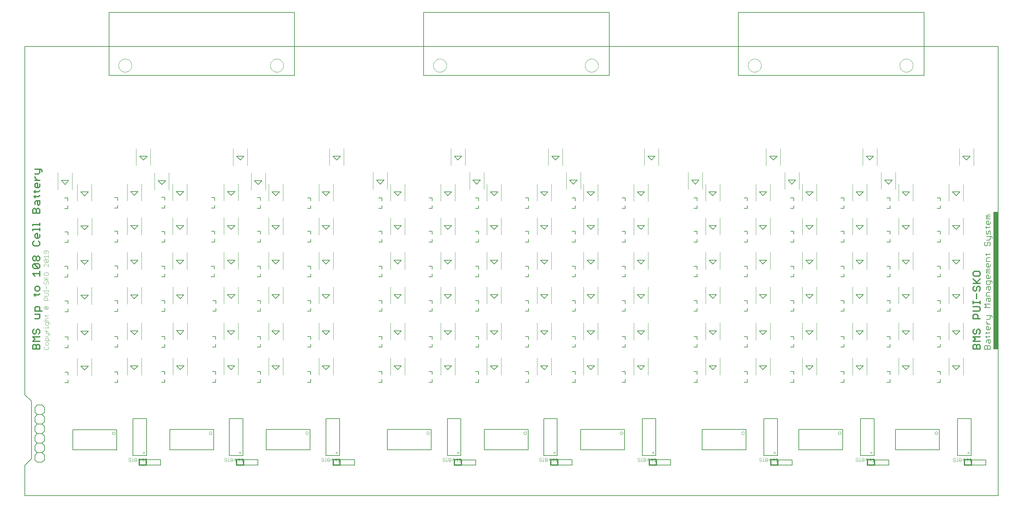
<source format=gto>
G75*
G70*
%OFA0B0*%
%FSLAX24Y24*%
%IPPOS*%
%LPD*%
%AMOC8*
5,1,8,0,0,1.08239X$1,22.5*
%
%ADD10C,0.0079*%
%ADD11C,0.0130*%
%ADD12C,0.0070*%
%ADD13R,0.0570X1.4440*%
%ADD14C,0.0040*%
%ADD15C,0.0050*%
%ADD16C,0.0028*%
%ADD17C,0.0060*%
%ADD18C,0.0039*%
%ADD19C,0.0030*%
%ADD20C,0.0080*%
%ADD21C,0.0120*%
%ADD22C,0.0000*%
D10*
X000164Y006647D02*
X000164Y009807D01*
X000858Y010501D01*
X000858Y016527D01*
X000164Y017221D01*
X000164Y053694D01*
X000164Y053694D01*
X102206Y053694D01*
X102206Y006647D01*
X000164Y006647D01*
X000156Y007631D01*
D11*
X001003Y021999D02*
X001003Y022364D01*
X001125Y022486D01*
X001246Y022486D01*
X001368Y022364D01*
X001368Y021999D01*
X001733Y021999D02*
X001003Y021999D01*
X001368Y022364D02*
X001490Y022486D01*
X001612Y022486D01*
X001733Y022364D01*
X001733Y021999D01*
X001733Y022791D02*
X001003Y022791D01*
X001246Y023035D01*
X001003Y023278D01*
X001733Y023278D01*
X001612Y023583D02*
X001733Y023705D01*
X001733Y023948D01*
X001612Y024070D01*
X001490Y024070D01*
X001368Y023948D01*
X001368Y023705D01*
X001246Y023583D01*
X001125Y023583D01*
X001003Y023705D01*
X001003Y023948D01*
X001125Y024070D01*
X001246Y025167D02*
X001612Y025167D01*
X001733Y025288D01*
X001733Y025654D01*
X001246Y025654D01*
X001246Y025959D02*
X001246Y026324D01*
X001368Y026446D01*
X001612Y026446D01*
X001733Y026324D01*
X001733Y025959D01*
X001977Y025959D02*
X001246Y025959D01*
X001246Y027542D02*
X001246Y027786D01*
X001125Y027664D02*
X001612Y027664D01*
X001733Y027786D01*
X001612Y028070D02*
X001733Y028192D01*
X001733Y028436D01*
X001612Y028557D01*
X001368Y028557D01*
X001246Y028436D01*
X001246Y028192D01*
X001368Y028070D01*
X001612Y028070D01*
X001733Y029654D02*
X001733Y030141D01*
X001733Y029898D02*
X001003Y029898D01*
X001246Y029654D01*
X001125Y030446D02*
X001003Y030568D01*
X001003Y030811D01*
X001125Y030933D01*
X001612Y030446D01*
X001733Y030568D01*
X001733Y030811D01*
X001612Y030933D01*
X001125Y030933D01*
X001125Y031238D02*
X001003Y031360D01*
X001003Y031603D01*
X001125Y031725D01*
X001246Y031725D01*
X001368Y031603D01*
X001368Y031360D01*
X001246Y031238D01*
X001125Y031238D01*
X001368Y031360D02*
X001490Y031238D01*
X001612Y031238D01*
X001733Y031360D01*
X001733Y031603D01*
X001612Y031725D01*
X001490Y031725D01*
X001368Y031603D01*
X001612Y030446D02*
X001125Y030446D01*
X001125Y032821D02*
X001003Y032943D01*
X001003Y033187D01*
X001125Y033309D01*
X001368Y033613D02*
X001246Y033735D01*
X001246Y033979D01*
X001368Y034100D01*
X001490Y034100D01*
X001490Y033613D01*
X001612Y033613D02*
X001368Y033613D01*
X001612Y033613D02*
X001733Y033735D01*
X001733Y033979D01*
X001733Y034405D02*
X001733Y034649D01*
X001733Y034527D02*
X001003Y034527D01*
X001003Y034405D01*
X001003Y034933D02*
X001003Y035055D01*
X001733Y035055D01*
X001733Y034933D02*
X001733Y035177D01*
X001733Y036253D02*
X001003Y036253D01*
X001003Y036618D01*
X001125Y036740D01*
X001246Y036740D01*
X001368Y036618D01*
X001368Y036253D01*
X001368Y036618D02*
X001490Y036740D01*
X001612Y036740D01*
X001733Y036618D01*
X001733Y036253D01*
X001612Y037045D02*
X001490Y037167D01*
X001490Y037532D01*
X001368Y037532D02*
X001733Y037532D01*
X001733Y037167D01*
X001612Y037045D01*
X001246Y037167D02*
X001246Y037410D01*
X001368Y037532D01*
X001246Y037837D02*
X001246Y038080D01*
X001125Y037958D02*
X001612Y037958D01*
X001733Y038080D01*
X001612Y038486D02*
X001733Y038608D01*
X001612Y038486D02*
X001125Y038486D01*
X001246Y038365D02*
X001246Y038608D01*
X001368Y038893D02*
X001246Y039014D01*
X001246Y039258D01*
X001368Y039380D01*
X001490Y039380D01*
X001490Y038893D01*
X001612Y038893D02*
X001368Y038893D01*
X001612Y038893D02*
X001733Y039014D01*
X001733Y039258D01*
X001733Y039684D02*
X001246Y039684D01*
X001490Y039684D02*
X001246Y039928D01*
X001246Y040050D01*
X001246Y040344D02*
X001612Y040344D01*
X001733Y040466D01*
X001733Y040831D01*
X001855Y040831D02*
X001977Y040710D01*
X001977Y040588D01*
X001855Y040831D02*
X001246Y040831D01*
X001612Y033309D02*
X001733Y033187D01*
X001733Y032943D01*
X001612Y032821D01*
X001125Y032821D01*
X099574Y030019D02*
X099574Y029776D01*
X099695Y029654D01*
X100183Y029654D01*
X100304Y029776D01*
X100304Y030019D01*
X100183Y030141D01*
X099695Y030141D01*
X099574Y030019D01*
X099574Y029349D02*
X100061Y028862D01*
X099939Y028984D02*
X100304Y029349D01*
X100304Y028862D02*
X099574Y028862D01*
X099695Y028557D02*
X099574Y028436D01*
X099574Y028192D01*
X099695Y028070D01*
X099817Y028070D01*
X099939Y028192D01*
X099939Y028436D01*
X100061Y028557D01*
X100183Y028557D01*
X100304Y028436D01*
X100304Y028192D01*
X100183Y028070D01*
X099939Y027765D02*
X099939Y027278D01*
X099574Y026994D02*
X099574Y026750D01*
X099574Y026872D02*
X100304Y026872D01*
X100304Y026750D02*
X100304Y026994D01*
X100183Y026446D02*
X099574Y026446D01*
X099574Y025959D02*
X100183Y025959D01*
X100304Y026080D01*
X100304Y026324D01*
X100183Y026446D01*
X099939Y025654D02*
X100061Y025532D01*
X100061Y025167D01*
X100304Y025167D02*
X099574Y025167D01*
X099574Y025532D01*
X099695Y025654D01*
X099939Y025654D01*
X100061Y024070D02*
X100183Y024070D01*
X100304Y023948D01*
X100304Y023705D01*
X100183Y023583D01*
X099939Y023705D02*
X099939Y023948D01*
X100061Y024070D01*
X099695Y024070D02*
X099574Y023948D01*
X099574Y023705D01*
X099695Y023583D01*
X099817Y023583D01*
X099939Y023705D01*
X099574Y023278D02*
X100304Y023278D01*
X100304Y022791D02*
X099574Y022791D01*
X099817Y023035D01*
X099574Y023278D01*
X099695Y022486D02*
X099817Y022486D01*
X099939Y022364D01*
X099939Y021999D01*
X099574Y021999D02*
X099574Y022364D01*
X099695Y022486D01*
X099939Y022364D02*
X100061Y022486D01*
X100183Y022486D01*
X100304Y022364D01*
X100304Y021999D01*
X099574Y021999D01*
D12*
X100773Y021969D02*
X100773Y022264D01*
X100871Y022363D01*
X100969Y022363D01*
X101068Y022264D01*
X101068Y021969D01*
X101363Y021969D02*
X101363Y022264D01*
X101265Y022363D01*
X101166Y022363D01*
X101068Y022264D01*
X101265Y022577D02*
X101166Y022675D01*
X101166Y022971D01*
X101068Y022971D02*
X101363Y022971D01*
X101363Y022675D01*
X101265Y022577D01*
X100969Y022675D02*
X100969Y022872D01*
X101068Y022971D01*
X100969Y023185D02*
X100969Y023381D01*
X100871Y023283D02*
X101265Y023283D01*
X101363Y023381D01*
X101265Y023688D02*
X101363Y023787D01*
X101265Y023688D02*
X100871Y023688D01*
X100969Y023590D02*
X100969Y023787D01*
X101068Y023995D02*
X100969Y024093D01*
X100969Y024290D01*
X101068Y024389D01*
X101166Y024389D01*
X101166Y023995D01*
X101068Y023995D02*
X101265Y023995D01*
X101363Y024093D01*
X101363Y024290D01*
X101363Y024603D02*
X100969Y024603D01*
X100969Y024799D02*
X101166Y024603D01*
X100969Y024799D02*
X100969Y024898D01*
X100969Y025109D02*
X101265Y025109D01*
X101363Y025207D01*
X101363Y025503D01*
X101461Y025503D02*
X101560Y025404D01*
X101560Y025306D01*
X101461Y025503D02*
X100969Y025503D01*
X100773Y026324D02*
X100969Y026521D01*
X100773Y026718D01*
X101363Y026718D01*
X101265Y026932D02*
X101166Y027031D01*
X101166Y027326D01*
X101068Y027326D02*
X101363Y027326D01*
X101363Y027031D01*
X101265Y026932D01*
X100969Y027031D02*
X100969Y027227D01*
X101068Y027326D01*
X100969Y027540D02*
X100969Y027835D01*
X101068Y027934D01*
X101363Y027934D01*
X101265Y028148D02*
X101166Y028246D01*
X101166Y028541D01*
X101068Y028541D02*
X101363Y028541D01*
X101363Y028246D01*
X101265Y028148D01*
X100969Y028246D02*
X100969Y028443D01*
X101068Y028541D01*
X101068Y028755D02*
X101265Y028755D01*
X101363Y028854D01*
X101363Y029149D01*
X101461Y029149D02*
X100969Y029149D01*
X100969Y028854D01*
X101068Y028755D01*
X101560Y028952D02*
X101560Y029051D01*
X101461Y029149D01*
X101265Y029363D02*
X101068Y029363D01*
X100969Y029462D01*
X100969Y029658D01*
X101068Y029757D01*
X101166Y029757D01*
X101166Y029363D01*
X101265Y029363D02*
X101363Y029462D01*
X101363Y029658D01*
X101363Y029971D02*
X100969Y029971D01*
X100969Y030069D01*
X101068Y030168D01*
X100969Y030266D01*
X101068Y030364D01*
X101363Y030364D01*
X101363Y030168D02*
X101068Y030168D01*
X101068Y030579D02*
X100969Y030677D01*
X100969Y030874D01*
X101068Y030972D01*
X101166Y030972D01*
X101166Y030579D01*
X101068Y030579D02*
X101265Y030579D01*
X101363Y030677D01*
X101363Y030874D01*
X101363Y031186D02*
X100969Y031186D01*
X100969Y031481D01*
X101068Y031580D01*
X101363Y031580D01*
X101265Y031892D02*
X101363Y031991D01*
X101265Y031892D02*
X100871Y031892D01*
X100969Y031794D02*
X100969Y031991D01*
X100969Y032807D02*
X101068Y032905D01*
X101068Y033102D01*
X101166Y033200D01*
X101265Y033200D01*
X101363Y033102D01*
X101363Y032905D01*
X101265Y032807D01*
X100969Y032807D02*
X100871Y032807D01*
X100773Y032905D01*
X100773Y033102D01*
X100871Y033200D01*
X100969Y033415D02*
X101265Y033415D01*
X101363Y033513D01*
X101363Y033808D01*
X101461Y033808D02*
X101560Y033710D01*
X101560Y033611D01*
X101461Y033808D02*
X100969Y033808D01*
X101068Y034022D02*
X100969Y034121D01*
X100969Y034416D01*
X100969Y034630D02*
X100969Y034827D01*
X100871Y034728D02*
X101265Y034728D01*
X101363Y034827D01*
X101265Y035035D02*
X101068Y035035D01*
X100969Y035134D01*
X100969Y035330D01*
X101068Y035429D01*
X101166Y035429D01*
X101166Y035035D01*
X101265Y035035D02*
X101363Y035134D01*
X101363Y035330D01*
X101363Y035643D02*
X100969Y035643D01*
X100969Y035741D01*
X101068Y035840D01*
X100969Y035938D01*
X101068Y036037D01*
X101363Y036037D01*
X101363Y035840D02*
X101068Y035840D01*
X101265Y034416D02*
X101166Y034318D01*
X101166Y034121D01*
X101068Y034022D01*
X101363Y034022D02*
X101363Y034318D01*
X101265Y034416D01*
X101363Y027540D02*
X100969Y027540D01*
X100773Y026324D02*
X101363Y026324D01*
X101363Y021969D02*
X100773Y021969D01*
D13*
X101968Y029184D03*
D14*
X098539Y028510D02*
X098539Y026730D01*
X097039Y026730D02*
X097039Y028510D01*
X097039Y030345D02*
X097039Y032125D01*
X098539Y032125D02*
X098539Y030345D01*
X093268Y030345D02*
X093268Y032125D01*
X091768Y032125D02*
X091768Y030345D01*
X091768Y028510D02*
X091768Y026730D01*
X093268Y026730D02*
X093268Y028510D01*
X088429Y028510D02*
X088429Y026730D01*
X086929Y026730D02*
X086929Y028510D01*
X086929Y030345D02*
X086929Y032125D01*
X088429Y032125D02*
X088429Y030345D01*
X083158Y030345D02*
X083158Y032125D01*
X081658Y032125D02*
X081658Y030345D01*
X081658Y028510D02*
X081658Y026730D01*
X083158Y026730D02*
X083158Y028510D01*
X078291Y028510D02*
X078291Y026730D01*
X076791Y026730D02*
X076791Y028510D01*
X076791Y030345D02*
X076791Y032125D01*
X078291Y032125D02*
X078291Y030345D01*
X073035Y030345D02*
X073035Y032125D01*
X071535Y032125D02*
X071535Y030345D01*
X071535Y028510D02*
X071535Y026730D01*
X073035Y026730D02*
X073035Y028510D01*
X073035Y024726D02*
X073035Y022946D01*
X071535Y022946D02*
X071535Y024726D01*
X076791Y024726D02*
X076791Y022946D01*
X078291Y022946D02*
X078291Y024726D01*
X081658Y024726D02*
X081658Y022946D01*
X083158Y022946D02*
X083158Y024726D01*
X086929Y024726D02*
X086929Y022946D01*
X088429Y022946D02*
X088429Y024726D01*
X091768Y024726D02*
X091768Y022946D01*
X093268Y022946D02*
X093268Y024726D01*
X097039Y024726D02*
X097039Y022946D01*
X098539Y022946D02*
X098539Y024726D01*
X098539Y021067D02*
X098539Y019287D01*
X097039Y019287D02*
X097039Y021067D01*
X093268Y021067D02*
X093268Y019287D01*
X091768Y019287D02*
X091768Y021067D01*
X088429Y021067D02*
X088429Y019287D01*
X086929Y019287D02*
X086929Y021067D01*
X083158Y021067D02*
X083158Y019287D01*
X081658Y019287D02*
X081658Y021067D01*
X078291Y021067D02*
X078291Y019287D01*
X076791Y019287D02*
X076791Y021067D01*
X073035Y021067D02*
X073035Y019287D01*
X071535Y019287D02*
X071535Y021067D01*
X065499Y021067D02*
X065499Y019287D01*
X063999Y019287D02*
X063999Y021067D01*
X063999Y022946D02*
X063999Y024726D01*
X065499Y024726D02*
X065499Y022946D01*
X060242Y022946D02*
X060242Y024726D01*
X058742Y024726D02*
X058742Y022946D01*
X058742Y021067D02*
X058742Y019287D01*
X060242Y019287D02*
X060242Y021067D01*
X055368Y021067D02*
X055368Y019287D01*
X053868Y019287D02*
X053868Y021067D01*
X053868Y022946D02*
X053868Y024726D01*
X055368Y024726D02*
X055368Y022946D01*
X050112Y022946D02*
X050112Y024726D01*
X048612Y024726D02*
X048612Y022946D01*
X048612Y021067D02*
X048612Y019287D01*
X050112Y019287D02*
X050112Y021067D01*
X045259Y021067D02*
X045259Y019287D01*
X043759Y019287D02*
X043759Y021067D01*
X043759Y022946D02*
X043759Y024726D01*
X045259Y024726D02*
X045259Y022946D01*
X039998Y022946D02*
X039998Y024726D01*
X038498Y024726D02*
X038498Y022946D01*
X038498Y021067D02*
X038498Y019287D01*
X039998Y019287D02*
X039998Y021067D01*
X032484Y021067D02*
X032484Y019287D01*
X030984Y019287D02*
X030984Y021067D01*
X030984Y022946D02*
X030984Y024726D01*
X032484Y024726D02*
X032484Y022946D01*
X027223Y022946D02*
X027223Y024726D01*
X025723Y024726D02*
X025723Y022946D01*
X025723Y021067D02*
X025723Y019287D01*
X027223Y019287D02*
X027223Y021067D01*
X022530Y021070D02*
X022530Y019290D01*
X021030Y019290D02*
X021030Y021070D01*
X021034Y022949D02*
X021034Y024729D01*
X022534Y024729D02*
X022534Y022949D01*
X017198Y022958D02*
X017198Y024738D01*
X015698Y024738D02*
X015698Y022958D01*
X015705Y021065D02*
X015705Y019285D01*
X017205Y019285D02*
X017205Y021065D01*
X012389Y021064D02*
X012389Y019284D01*
X010889Y019284D02*
X010889Y021064D01*
X010898Y022955D02*
X010898Y024735D01*
X012398Y024735D02*
X012398Y022955D01*
X007175Y022917D02*
X007175Y024697D01*
X005675Y024697D02*
X005675Y022917D01*
X005670Y021019D02*
X005670Y019239D01*
X007170Y019239D02*
X007170Y021019D01*
X002633Y022031D02*
X002633Y022184D01*
X002557Y022261D01*
X002557Y022415D02*
X002633Y022491D01*
X002633Y022645D01*
X002557Y022721D01*
X002403Y022721D01*
X002327Y022645D01*
X002327Y022491D01*
X002403Y022415D01*
X002557Y022415D01*
X002250Y022261D02*
X002173Y022184D01*
X002173Y022031D01*
X002250Y021954D01*
X002557Y021954D01*
X002633Y022031D01*
X002633Y022875D02*
X002633Y023105D01*
X002557Y023182D01*
X002403Y023182D01*
X002327Y023105D01*
X002327Y022875D01*
X002787Y022875D01*
X002557Y023335D02*
X002633Y023412D01*
X002633Y023642D01*
X002710Y023642D02*
X002787Y023566D01*
X002787Y023489D01*
X002710Y023642D02*
X002327Y023642D01*
X002327Y023796D02*
X002633Y023796D01*
X002480Y023796D02*
X002327Y023949D01*
X002327Y024026D01*
X002327Y024179D02*
X002327Y024256D01*
X002633Y024256D01*
X002633Y024179D02*
X002633Y024333D01*
X002557Y024486D02*
X002633Y024563D01*
X002633Y024793D01*
X002710Y024793D02*
X002327Y024793D01*
X002327Y024563D01*
X002403Y024486D01*
X002557Y024486D01*
X002787Y024640D02*
X002787Y024717D01*
X002710Y024793D01*
X002633Y024947D02*
X002173Y024947D01*
X002327Y025023D02*
X002327Y025177D01*
X002403Y025254D01*
X002633Y025254D01*
X002557Y025484D02*
X002633Y025561D01*
X002557Y025484D02*
X002250Y025484D01*
X002327Y025407D02*
X002327Y025561D01*
X002327Y025023D02*
X002403Y024947D01*
X002173Y024256D02*
X002096Y024256D01*
X002327Y023335D02*
X002557Y023335D01*
X002557Y026174D02*
X002250Y026174D01*
X002173Y026251D01*
X002173Y026405D01*
X002250Y026481D01*
X002403Y026481D01*
X002480Y026405D01*
X002327Y026405D01*
X002327Y026251D01*
X002480Y026251D01*
X002480Y026405D01*
X002557Y026481D02*
X002633Y026405D01*
X002633Y026251D01*
X002557Y026174D01*
X002633Y027095D02*
X002173Y027095D01*
X002173Y027325D01*
X002250Y027402D01*
X002403Y027402D01*
X002480Y027325D01*
X002480Y027095D01*
X002557Y027556D02*
X002173Y027556D01*
X002173Y027863D02*
X002557Y027863D01*
X002633Y027786D01*
X002633Y027632D01*
X002557Y027556D01*
X002633Y028016D02*
X002633Y028169D01*
X002633Y028093D02*
X002173Y028093D01*
X002173Y028169D02*
X002173Y028016D01*
X002403Y028323D02*
X002403Y028630D01*
X002327Y028783D02*
X002403Y028860D01*
X002403Y029014D01*
X002480Y029090D01*
X002557Y029090D01*
X002633Y029014D01*
X002633Y028860D01*
X002557Y028783D01*
X002327Y028783D02*
X002250Y028783D01*
X002173Y028860D01*
X002173Y029014D01*
X002250Y029090D01*
X002173Y029244D02*
X002633Y029244D01*
X002480Y029244D02*
X002173Y029551D01*
X002250Y029704D02*
X002173Y029781D01*
X002173Y029934D01*
X002250Y030011D01*
X002557Y030011D01*
X002633Y029934D01*
X002633Y029781D01*
X002557Y029704D01*
X002250Y029704D01*
X002633Y029551D02*
X002403Y029320D01*
X002250Y030625D02*
X002173Y030702D01*
X002173Y030855D01*
X002250Y030932D01*
X002327Y030932D01*
X002633Y030625D01*
X002633Y030932D01*
X002557Y031085D02*
X002250Y031392D01*
X002557Y031392D01*
X002633Y031315D01*
X002633Y031162D01*
X002557Y031085D01*
X002250Y031085D01*
X002173Y031162D01*
X002173Y031315D01*
X002250Y031392D01*
X002327Y031546D02*
X002173Y031699D01*
X002633Y031699D01*
X002633Y031546D02*
X002633Y031853D01*
X002557Y032006D02*
X002633Y032083D01*
X002633Y032236D01*
X002557Y032313D01*
X002250Y032313D01*
X002173Y032236D01*
X002173Y032083D01*
X002250Y032006D01*
X002327Y032006D01*
X002403Y032083D01*
X002403Y032313D01*
X005678Y032097D02*
X005678Y030317D01*
X007178Y030317D02*
X007178Y032097D01*
X010892Y032136D02*
X010892Y030356D01*
X012392Y030356D02*
X012392Y032136D01*
X015676Y032119D02*
X015676Y030339D01*
X017176Y030339D02*
X017176Y032119D01*
X021039Y032128D02*
X021039Y030348D01*
X022539Y030348D02*
X022539Y032128D01*
X025723Y032125D02*
X025723Y030345D01*
X027223Y030345D02*
X027223Y032125D01*
X030984Y032125D02*
X030984Y030345D01*
X032484Y030345D02*
X032484Y032125D01*
X032484Y033975D02*
X032484Y035755D01*
X030984Y035755D02*
X030984Y033975D01*
X027223Y033975D02*
X027223Y035755D01*
X025723Y035755D02*
X025723Y033975D01*
X022539Y033978D02*
X022539Y035758D01*
X021039Y035758D02*
X021039Y033978D01*
X017178Y033968D02*
X017178Y035748D01*
X015678Y035748D02*
X015678Y033968D01*
X012397Y033977D02*
X012397Y035757D01*
X010897Y035757D02*
X010897Y033977D01*
X007182Y033938D02*
X007182Y035718D01*
X005682Y035718D02*
X005682Y033938D01*
X005679Y037491D02*
X005679Y039271D01*
X005134Y038693D02*
X005134Y040473D01*
X003634Y040473D02*
X003634Y038693D01*
X007179Y039271D02*
X007179Y037491D01*
X010894Y037531D02*
X010894Y039311D01*
X012394Y039311D02*
X012394Y037531D01*
X013779Y038685D02*
X013779Y040465D01*
X013344Y041238D02*
X013344Y043018D01*
X011844Y043018D02*
X011844Y041238D01*
X015279Y040465D02*
X015279Y038685D01*
X015674Y039318D02*
X015674Y037538D01*
X017174Y037538D02*
X017174Y039318D01*
X021045Y039319D02*
X021045Y037539D01*
X022545Y037539D02*
X022545Y039319D01*
X023887Y038675D02*
X023887Y040455D01*
X023498Y041240D02*
X023498Y043020D01*
X021998Y043020D02*
X021998Y041240D01*
X025387Y040455D02*
X025387Y038675D01*
X025723Y039282D02*
X025723Y037502D01*
X027223Y037502D02*
X027223Y039282D01*
X030984Y039282D02*
X030984Y037502D01*
X032484Y037502D02*
X032484Y039282D01*
X032111Y041233D02*
X032111Y043013D01*
X033611Y043013D02*
X033611Y041233D01*
X036670Y040504D02*
X036670Y038724D01*
X038170Y038724D02*
X038170Y040504D01*
X038503Y039282D02*
X038503Y037502D01*
X040003Y037502D02*
X040003Y039282D01*
X043759Y039282D02*
X043759Y037502D01*
X045259Y037502D02*
X045259Y039282D01*
X046789Y038724D02*
X046789Y040504D01*
X046328Y041233D02*
X046328Y043013D01*
X044828Y043013D02*
X044828Y041233D01*
X048289Y040504D02*
X048289Y038724D01*
X048612Y039282D02*
X048612Y037502D01*
X050112Y037502D02*
X050112Y039282D01*
X053868Y039282D02*
X053868Y037502D01*
X055368Y037502D02*
X055368Y039282D01*
X056915Y038724D02*
X056915Y040504D01*
X056545Y041233D02*
X056545Y043013D01*
X055045Y043013D02*
X055045Y041233D01*
X058415Y040504D02*
X058415Y038724D01*
X058742Y039282D02*
X058742Y037502D01*
X060242Y037502D02*
X060242Y039282D01*
X063999Y039282D02*
X063999Y037502D01*
X065499Y037502D02*
X065499Y039282D01*
X065099Y041233D02*
X065099Y043013D01*
X066599Y043013D02*
X066599Y041233D01*
X069700Y040504D02*
X069700Y038724D01*
X071200Y038724D02*
X071200Y040504D01*
X071520Y039282D02*
X071520Y037502D01*
X073020Y037502D02*
X073020Y039282D01*
X076791Y039282D02*
X076791Y037502D01*
X078291Y037502D02*
X078291Y039282D01*
X079825Y038724D02*
X079825Y040504D01*
X079374Y041233D02*
X079374Y043013D01*
X077874Y043013D02*
X077874Y041233D01*
X081325Y040504D02*
X081325Y038724D01*
X081658Y039282D02*
X081658Y037502D01*
X083158Y037502D02*
X083158Y039282D01*
X086929Y039282D02*
X086929Y037502D01*
X088429Y037502D02*
X088429Y039282D01*
X089943Y038724D02*
X089943Y040504D01*
X089491Y041233D02*
X089491Y043013D01*
X087991Y043013D02*
X087991Y041233D01*
X091443Y040504D02*
X091443Y038724D01*
X091768Y039282D02*
X091768Y037502D01*
X093268Y037502D02*
X093268Y039282D01*
X097039Y039282D02*
X097039Y037502D01*
X098539Y037502D02*
X098539Y039282D01*
X098117Y041233D02*
X098117Y043013D01*
X099617Y043013D02*
X099617Y041233D01*
X098539Y035755D02*
X098539Y033975D01*
X097039Y033975D02*
X097039Y035755D01*
X093268Y035755D02*
X093268Y033975D01*
X091768Y033975D02*
X091768Y035755D01*
X088429Y035755D02*
X088429Y033975D01*
X086929Y033975D02*
X086929Y035755D01*
X083158Y035755D02*
X083158Y033975D01*
X081658Y033975D02*
X081658Y035755D01*
X078291Y035755D02*
X078291Y033975D01*
X076791Y033975D02*
X076791Y035755D01*
X073035Y035755D02*
X073035Y033975D01*
X071535Y033975D02*
X071535Y035755D01*
X065499Y035755D02*
X065499Y033975D01*
X063999Y033975D02*
X063999Y035755D01*
X060242Y035755D02*
X060242Y033975D01*
X058742Y033975D02*
X058742Y035755D01*
X055368Y035755D02*
X055368Y033975D01*
X053868Y033975D02*
X053868Y035755D01*
X050112Y035755D02*
X050112Y033975D01*
X048612Y033975D02*
X048612Y035755D01*
X045259Y035755D02*
X045259Y033975D01*
X043759Y033975D02*
X043759Y035755D01*
X039998Y035755D02*
X039998Y033975D01*
X038498Y033975D02*
X038498Y035755D01*
X038498Y032125D02*
X038498Y030345D01*
X039998Y030345D02*
X039998Y032125D01*
X043759Y032125D02*
X043759Y030345D01*
X045259Y030345D02*
X045259Y032125D01*
X048612Y032125D02*
X048612Y030345D01*
X050112Y030345D02*
X050112Y032125D01*
X053868Y032125D02*
X053868Y030345D01*
X055368Y030345D02*
X055368Y032125D01*
X058742Y032125D02*
X058742Y030345D01*
X060242Y030345D02*
X060242Y032125D01*
X063999Y032125D02*
X063999Y030345D01*
X065499Y030345D02*
X065499Y032125D01*
X065499Y028510D02*
X065499Y026730D01*
X063999Y026730D02*
X063999Y028510D01*
X060242Y028510D02*
X060242Y026730D01*
X058742Y026730D02*
X058742Y028510D01*
X055368Y028510D02*
X055368Y026730D01*
X053868Y026730D02*
X053868Y028510D01*
X050112Y028510D02*
X050112Y026730D01*
X048612Y026730D02*
X048612Y028510D01*
X045259Y028510D02*
X045259Y026730D01*
X043759Y026730D02*
X043759Y028510D01*
X039998Y028510D02*
X039998Y026730D01*
X038498Y026730D02*
X038498Y028510D01*
X032484Y028510D02*
X032484Y026730D01*
X030984Y026730D02*
X030984Y028510D01*
X027223Y028510D02*
X027223Y026730D01*
X025723Y026730D02*
X025723Y028510D01*
X022539Y028513D02*
X022539Y026733D01*
X021039Y026733D02*
X021039Y028513D01*
X017198Y028501D02*
X017198Y026721D01*
X015698Y026721D02*
X015698Y028501D01*
X012395Y028489D02*
X012395Y026709D01*
X010895Y026709D02*
X010895Y028489D01*
X007178Y028461D02*
X007178Y026681D01*
X005678Y026681D02*
X005678Y028461D01*
D15*
X005210Y013543D02*
X005210Y011424D01*
X009812Y011424D01*
X009808Y011420D02*
X009808Y013543D01*
X005210Y013543D01*
X012900Y010392D02*
X014407Y010392D01*
X014407Y009848D01*
X012892Y009848D01*
X015350Y011441D02*
X019953Y011441D01*
X019949Y011437D02*
X019949Y013560D01*
X015350Y013560D01*
X015350Y011441D01*
X023092Y010392D02*
X024598Y010392D01*
X024598Y009848D01*
X023083Y009848D01*
X025471Y011438D02*
X030073Y011438D01*
X030069Y011434D02*
X030069Y013557D01*
X025471Y013557D01*
X025471Y011438D01*
X033209Y010392D02*
X034715Y010392D01*
X034715Y009848D01*
X033201Y009848D01*
X038170Y011438D02*
X042773Y011438D01*
X042769Y011434D02*
X042769Y013557D01*
X038170Y013557D01*
X038170Y011438D01*
X045927Y010386D02*
X047433Y010386D01*
X047433Y009843D01*
X045918Y009843D01*
X048320Y011438D02*
X052923Y011438D01*
X052918Y011434D02*
X052918Y013557D01*
X048320Y013557D01*
X048320Y011438D01*
X056025Y010396D02*
X057531Y010396D01*
X057531Y009852D01*
X056016Y009852D01*
X058433Y011438D02*
X063035Y011438D01*
X063031Y011434D02*
X063031Y013557D01*
X058433Y013557D01*
X058433Y011438D01*
X066359Y010392D02*
X067866Y010392D01*
X067866Y009848D01*
X066351Y009848D01*
X071169Y011438D02*
X075771Y011438D01*
X075767Y011434D02*
X075767Y013557D01*
X071169Y013557D01*
X071169Y011438D01*
X079090Y010386D02*
X080597Y010386D01*
X080597Y009843D01*
X079082Y009843D01*
X081288Y011438D02*
X085891Y011438D01*
X085887Y011434D02*
X085887Y013557D01*
X081288Y013557D01*
X081288Y011438D01*
X089222Y010386D02*
X090728Y010386D01*
X090728Y009843D01*
X089213Y009843D01*
X091423Y011438D02*
X096025Y011438D01*
X096021Y011434D02*
X096021Y013557D01*
X091423Y013557D01*
X091423Y011438D01*
X099406Y010389D02*
X100912Y010389D01*
X100912Y009845D01*
X099397Y009845D01*
X094416Y050687D02*
X074965Y050687D01*
X074965Y057276D01*
X074970Y057275D02*
X094416Y057275D01*
X094416Y050687D01*
X061423Y050687D02*
X061423Y057275D01*
X041977Y057275D01*
X041972Y057276D02*
X041972Y050687D01*
X061423Y050687D01*
X028431Y050687D02*
X028431Y057275D01*
X008985Y057275D01*
X008980Y057276D02*
X008980Y050687D01*
X028431Y050687D01*
D16*
X029602Y013190D02*
X029604Y013214D01*
X029610Y013237D01*
X029619Y013258D01*
X029631Y013278D01*
X029647Y013296D01*
X029665Y013311D01*
X029686Y013323D01*
X029708Y013331D01*
X029731Y013336D01*
X029755Y013337D01*
X029778Y013334D01*
X029801Y013327D01*
X029822Y013317D01*
X029842Y013304D01*
X029859Y013287D01*
X029873Y013269D01*
X029884Y013248D01*
X029892Y013225D01*
X029896Y013202D01*
X029896Y013178D01*
X029892Y013155D01*
X029884Y013132D01*
X029873Y013111D01*
X029859Y013093D01*
X029842Y013076D01*
X029823Y013063D01*
X029801Y013053D01*
X029778Y013046D01*
X029755Y013043D01*
X029731Y013044D01*
X029708Y013049D01*
X029686Y013057D01*
X029665Y013069D01*
X029647Y013084D01*
X029631Y013102D01*
X029619Y013122D01*
X029610Y013143D01*
X029604Y013166D01*
X029602Y013190D01*
X019482Y013193D02*
X019484Y013217D01*
X019490Y013240D01*
X019499Y013261D01*
X019511Y013281D01*
X019527Y013299D01*
X019545Y013314D01*
X019566Y013326D01*
X019588Y013334D01*
X019611Y013339D01*
X019635Y013340D01*
X019658Y013337D01*
X019681Y013330D01*
X019702Y013320D01*
X019722Y013307D01*
X019739Y013290D01*
X019753Y013272D01*
X019764Y013251D01*
X019772Y013228D01*
X019776Y013205D01*
X019776Y013181D01*
X019772Y013158D01*
X019764Y013135D01*
X019753Y013114D01*
X019739Y013096D01*
X019722Y013079D01*
X019703Y013066D01*
X019681Y013056D01*
X019658Y013049D01*
X019635Y013046D01*
X019611Y013047D01*
X019588Y013052D01*
X019566Y013060D01*
X019545Y013072D01*
X019527Y013087D01*
X019511Y013105D01*
X019499Y013125D01*
X019490Y013146D01*
X019484Y013169D01*
X019482Y013193D01*
X009341Y013176D02*
X009343Y013200D01*
X009349Y013223D01*
X009358Y013244D01*
X009370Y013264D01*
X009386Y013282D01*
X009404Y013297D01*
X009425Y013309D01*
X009447Y013317D01*
X009470Y013322D01*
X009494Y013323D01*
X009517Y013320D01*
X009540Y013313D01*
X009561Y013303D01*
X009581Y013290D01*
X009598Y013273D01*
X009612Y013255D01*
X009623Y013234D01*
X009631Y013211D01*
X009635Y013188D01*
X009635Y013164D01*
X009631Y013141D01*
X009623Y013118D01*
X009612Y013097D01*
X009598Y013079D01*
X009581Y013062D01*
X009562Y013049D01*
X009540Y013039D01*
X009517Y013032D01*
X009494Y013029D01*
X009470Y013030D01*
X009447Y013035D01*
X009425Y013043D01*
X009404Y013055D01*
X009386Y013070D01*
X009370Y013088D01*
X009358Y013108D01*
X009349Y013129D01*
X009343Y013152D01*
X009341Y013176D01*
X042302Y013190D02*
X042304Y013214D01*
X042310Y013237D01*
X042319Y013258D01*
X042331Y013278D01*
X042347Y013296D01*
X042365Y013311D01*
X042386Y013323D01*
X042408Y013331D01*
X042431Y013336D01*
X042455Y013337D01*
X042478Y013334D01*
X042501Y013327D01*
X042522Y013317D01*
X042542Y013304D01*
X042559Y013287D01*
X042573Y013269D01*
X042584Y013248D01*
X042592Y013225D01*
X042596Y013202D01*
X042596Y013178D01*
X042592Y013155D01*
X042584Y013132D01*
X042573Y013111D01*
X042559Y013093D01*
X042542Y013076D01*
X042523Y013063D01*
X042501Y013053D01*
X042478Y013046D01*
X042455Y013043D01*
X042431Y013044D01*
X042408Y013049D01*
X042386Y013057D01*
X042365Y013069D01*
X042347Y013084D01*
X042331Y013102D01*
X042319Y013122D01*
X042310Y013143D01*
X042304Y013166D01*
X042302Y013190D01*
X052451Y013190D02*
X052453Y013214D01*
X052459Y013237D01*
X052468Y013258D01*
X052480Y013278D01*
X052496Y013296D01*
X052514Y013311D01*
X052535Y013323D01*
X052557Y013331D01*
X052580Y013336D01*
X052604Y013337D01*
X052627Y013334D01*
X052650Y013327D01*
X052671Y013317D01*
X052691Y013304D01*
X052708Y013287D01*
X052722Y013269D01*
X052733Y013248D01*
X052741Y013225D01*
X052745Y013202D01*
X052745Y013178D01*
X052741Y013155D01*
X052733Y013132D01*
X052722Y013111D01*
X052708Y013093D01*
X052691Y013076D01*
X052672Y013063D01*
X052650Y013053D01*
X052627Y013046D01*
X052604Y013043D01*
X052580Y013044D01*
X052557Y013049D01*
X052535Y013057D01*
X052514Y013069D01*
X052496Y013084D01*
X052480Y013102D01*
X052468Y013122D01*
X052459Y013143D01*
X052453Y013166D01*
X052451Y013190D01*
X062564Y013190D02*
X062566Y013214D01*
X062572Y013237D01*
X062581Y013258D01*
X062593Y013278D01*
X062609Y013296D01*
X062627Y013311D01*
X062648Y013323D01*
X062670Y013331D01*
X062693Y013336D01*
X062717Y013337D01*
X062740Y013334D01*
X062763Y013327D01*
X062784Y013317D01*
X062804Y013304D01*
X062821Y013287D01*
X062835Y013269D01*
X062846Y013248D01*
X062854Y013225D01*
X062858Y013202D01*
X062858Y013178D01*
X062854Y013155D01*
X062846Y013132D01*
X062835Y013111D01*
X062821Y013093D01*
X062804Y013076D01*
X062785Y013063D01*
X062763Y013053D01*
X062740Y013046D01*
X062717Y013043D01*
X062693Y013044D01*
X062670Y013049D01*
X062648Y013057D01*
X062627Y013069D01*
X062609Y013084D01*
X062593Y013102D01*
X062581Y013122D01*
X062572Y013143D01*
X062566Y013166D01*
X062564Y013190D01*
X075300Y013190D02*
X075302Y013214D01*
X075308Y013237D01*
X075317Y013258D01*
X075329Y013278D01*
X075345Y013296D01*
X075363Y013311D01*
X075384Y013323D01*
X075406Y013331D01*
X075429Y013336D01*
X075453Y013337D01*
X075476Y013334D01*
X075499Y013327D01*
X075520Y013317D01*
X075540Y013304D01*
X075557Y013287D01*
X075571Y013269D01*
X075582Y013248D01*
X075590Y013225D01*
X075594Y013202D01*
X075594Y013178D01*
X075590Y013155D01*
X075582Y013132D01*
X075571Y013111D01*
X075557Y013093D01*
X075540Y013076D01*
X075521Y013063D01*
X075499Y013053D01*
X075476Y013046D01*
X075453Y013043D01*
X075429Y013044D01*
X075406Y013049D01*
X075384Y013057D01*
X075363Y013069D01*
X075345Y013084D01*
X075329Y013102D01*
X075317Y013122D01*
X075308Y013143D01*
X075302Y013166D01*
X075300Y013190D01*
X085420Y013190D02*
X085422Y013214D01*
X085428Y013237D01*
X085437Y013258D01*
X085449Y013278D01*
X085465Y013296D01*
X085483Y013311D01*
X085504Y013323D01*
X085526Y013331D01*
X085549Y013336D01*
X085573Y013337D01*
X085596Y013334D01*
X085619Y013327D01*
X085640Y013317D01*
X085660Y013304D01*
X085677Y013287D01*
X085691Y013269D01*
X085702Y013248D01*
X085710Y013225D01*
X085714Y013202D01*
X085714Y013178D01*
X085710Y013155D01*
X085702Y013132D01*
X085691Y013111D01*
X085677Y013093D01*
X085660Y013076D01*
X085641Y013063D01*
X085619Y013053D01*
X085596Y013046D01*
X085573Y013043D01*
X085549Y013044D01*
X085526Y013049D01*
X085504Y013057D01*
X085483Y013069D01*
X085465Y013084D01*
X085449Y013102D01*
X085437Y013122D01*
X085428Y013143D01*
X085422Y013166D01*
X085420Y013190D01*
X095554Y013190D02*
X095556Y013214D01*
X095562Y013237D01*
X095571Y013258D01*
X095583Y013278D01*
X095599Y013296D01*
X095617Y013311D01*
X095638Y013323D01*
X095660Y013331D01*
X095683Y013336D01*
X095707Y013337D01*
X095730Y013334D01*
X095753Y013327D01*
X095774Y013317D01*
X095794Y013304D01*
X095811Y013287D01*
X095825Y013269D01*
X095836Y013248D01*
X095844Y013225D01*
X095848Y013202D01*
X095848Y013178D01*
X095844Y013155D01*
X095836Y013132D01*
X095825Y013111D01*
X095811Y013093D01*
X095794Y013076D01*
X095775Y013063D01*
X095753Y013053D01*
X095730Y013046D01*
X095707Y013043D01*
X095683Y013044D01*
X095660Y013049D01*
X095638Y013057D01*
X095617Y013069D01*
X095599Y013084D01*
X095583Y013102D01*
X095571Y013122D01*
X095562Y013143D01*
X095556Y013166D01*
X095554Y013190D01*
D17*
X097945Y014717D02*
X097945Y010835D01*
X099368Y010835D01*
X099368Y014717D01*
X097945Y014717D01*
X096142Y018515D02*
X095809Y018515D01*
X096142Y018515D02*
X096142Y018825D01*
X096142Y019333D02*
X096142Y019635D01*
X095809Y019635D01*
X095809Y022192D02*
X096142Y022192D01*
X096142Y022503D01*
X096142Y023011D02*
X096142Y023312D01*
X095809Y023312D01*
X090872Y023312D02*
X090872Y023011D01*
X090872Y023312D02*
X090539Y023312D01*
X090872Y022503D02*
X090872Y022192D01*
X090539Y022192D01*
X090539Y019635D02*
X090872Y019635D01*
X090872Y019333D01*
X090872Y018825D02*
X090872Y018515D01*
X090539Y018515D01*
X086029Y018515D02*
X086029Y018825D01*
X086029Y018515D02*
X085696Y018515D01*
X086029Y019333D02*
X086029Y019635D01*
X085696Y019635D01*
X085696Y022192D02*
X086029Y022192D01*
X086029Y022503D01*
X086029Y023011D02*
X086029Y023312D01*
X085696Y023312D01*
X080759Y023312D02*
X080759Y023011D01*
X080759Y023312D02*
X080426Y023312D01*
X080759Y022503D02*
X080759Y022192D01*
X080426Y022192D01*
X080426Y019635D02*
X080759Y019635D01*
X080759Y019333D01*
X080759Y018825D02*
X080759Y018515D01*
X080426Y018515D01*
X075892Y018515D02*
X075892Y018825D01*
X075892Y018515D02*
X075559Y018515D01*
X075892Y019333D02*
X075892Y019635D01*
X075559Y019635D01*
X075559Y022192D02*
X075892Y022192D01*
X075892Y022503D01*
X075892Y023011D02*
X075892Y023312D01*
X075559Y023312D01*
X070640Y023312D02*
X070640Y023011D01*
X070640Y023312D02*
X070307Y023312D01*
X070640Y022503D02*
X070640Y022192D01*
X070307Y022192D01*
X070307Y019635D02*
X070640Y019635D01*
X070640Y019333D01*
X070640Y018825D02*
X070640Y018515D01*
X070307Y018515D01*
X063101Y018515D02*
X063101Y018825D01*
X063101Y018515D02*
X062768Y018515D01*
X063101Y019333D02*
X063101Y019635D01*
X062768Y019635D01*
X062768Y022192D02*
X063101Y022192D01*
X063101Y022503D01*
X063101Y023011D02*
X063101Y023312D01*
X062768Y023312D01*
X062768Y025965D02*
X063101Y025965D01*
X063101Y026276D01*
X063101Y026784D02*
X063101Y027085D01*
X062768Y027085D01*
X062768Y029566D02*
X063101Y029566D01*
X063101Y029877D01*
X063101Y030385D02*
X063101Y030686D01*
X062768Y030686D01*
X062768Y033210D02*
X063101Y033210D01*
X063101Y033521D01*
X063101Y034029D02*
X063101Y034330D01*
X062768Y034330D01*
X062768Y036732D02*
X063101Y036732D01*
X063101Y037043D01*
X063101Y037551D02*
X063101Y037852D01*
X062768Y037852D01*
X057847Y037852D02*
X057847Y037551D01*
X057847Y037852D02*
X057514Y037852D01*
X057847Y037043D02*
X057847Y036732D01*
X057514Y036732D01*
X057514Y034330D02*
X057847Y034330D01*
X057847Y034029D01*
X057847Y033521D02*
X057847Y033210D01*
X057514Y033210D01*
X057514Y030686D02*
X057847Y030686D01*
X057847Y030385D01*
X057847Y029877D02*
X057847Y029566D01*
X057514Y029566D01*
X057514Y027085D02*
X057847Y027085D01*
X057847Y026784D01*
X057847Y026276D02*
X057847Y025965D01*
X057514Y025965D01*
X052970Y025965D02*
X052970Y026276D01*
X052970Y025965D02*
X052637Y025965D01*
X052970Y026784D02*
X052970Y027085D01*
X052637Y027085D01*
X052637Y029566D02*
X052970Y029566D01*
X052970Y029877D01*
X052970Y030385D02*
X052970Y030686D01*
X052637Y030686D01*
X052637Y033210D02*
X052970Y033210D01*
X052970Y033521D01*
X052970Y034029D02*
X052970Y034330D01*
X052637Y034330D01*
X052637Y036732D02*
X052970Y036732D01*
X052970Y037043D01*
X052970Y037551D02*
X052970Y037852D01*
X052637Y037852D01*
X047714Y037852D02*
X047714Y037551D01*
X047714Y037852D02*
X047381Y037852D01*
X047714Y037043D02*
X047714Y036732D01*
X047381Y036732D01*
X047381Y034330D02*
X047714Y034330D01*
X047714Y034029D01*
X047714Y033521D02*
X047714Y033210D01*
X047381Y033210D01*
X047381Y030686D02*
X047714Y030686D01*
X047714Y030385D01*
X047714Y029877D02*
X047714Y029566D01*
X047381Y029566D01*
X047381Y027085D02*
X047714Y027085D01*
X047714Y026784D01*
X047714Y026276D02*
X047714Y025965D01*
X047381Y025965D01*
X042860Y025965D02*
X042860Y026276D01*
X042860Y025965D02*
X042528Y025965D01*
X042860Y026784D02*
X042860Y027085D01*
X042528Y027085D01*
X042528Y029566D02*
X042860Y029566D01*
X042860Y029877D01*
X042860Y030385D02*
X042860Y030686D01*
X042528Y030686D01*
X042528Y033210D02*
X042860Y033210D01*
X042860Y033521D01*
X042860Y034029D02*
X042860Y034330D01*
X042528Y034330D01*
X042528Y036732D02*
X042860Y036732D01*
X042860Y037043D01*
X042860Y037551D02*
X042860Y037852D01*
X042528Y037852D01*
X037606Y037852D02*
X037606Y037551D01*
X037606Y037852D02*
X037273Y037852D01*
X037606Y037043D02*
X037606Y036732D01*
X037273Y036732D01*
X037273Y034330D02*
X037606Y034330D01*
X037606Y034029D01*
X037606Y033521D02*
X037606Y033210D01*
X037273Y033210D01*
X037273Y030686D02*
X037606Y030686D01*
X037606Y030385D01*
X037606Y029877D02*
X037606Y029566D01*
X037273Y029566D01*
X037273Y027085D02*
X037606Y027085D01*
X037606Y026784D01*
X037606Y026276D02*
X037606Y025965D01*
X037273Y025965D01*
X037273Y023312D02*
X037606Y023312D01*
X037606Y023011D01*
X037606Y022503D02*
X037606Y022192D01*
X037273Y022192D01*
X037273Y019635D02*
X037606Y019635D01*
X037606Y019333D01*
X037606Y018825D02*
X037606Y018515D01*
X037273Y018515D01*
X042528Y018515D02*
X042860Y018515D01*
X042860Y018825D01*
X042860Y019333D02*
X042860Y019635D01*
X042528Y019635D01*
X042528Y022192D02*
X042860Y022192D01*
X042860Y022503D01*
X042860Y023011D02*
X042860Y023312D01*
X042528Y023312D01*
X047381Y023312D02*
X047714Y023312D01*
X047714Y023011D01*
X047714Y022503D02*
X047714Y022192D01*
X047381Y022192D01*
X047381Y019635D02*
X047714Y019635D01*
X047714Y019333D01*
X047714Y018825D02*
X047714Y018515D01*
X047381Y018515D01*
X052637Y018515D02*
X052970Y018515D01*
X052970Y018825D01*
X052970Y019333D02*
X052970Y019635D01*
X052637Y019635D01*
X052637Y022192D02*
X052970Y022192D01*
X052970Y022503D01*
X052970Y023011D02*
X052970Y023312D01*
X052637Y023312D01*
X057514Y023312D02*
X057847Y023312D01*
X057847Y023011D01*
X057847Y022503D02*
X057847Y022192D01*
X057514Y022192D01*
X057514Y019635D02*
X057847Y019635D01*
X057847Y019333D01*
X057847Y018825D02*
X057847Y018515D01*
X057514Y018515D01*
X055973Y014717D02*
X054549Y014717D01*
X054549Y010835D01*
X055973Y010835D01*
X055973Y014717D01*
X064881Y014717D02*
X064881Y010835D01*
X066305Y010835D01*
X066305Y014717D01*
X064881Y014717D01*
X077635Y014717D02*
X077635Y010835D01*
X079058Y010835D01*
X079058Y014717D01*
X077635Y014717D01*
X087758Y014717D02*
X087758Y010835D01*
X089181Y010835D01*
X089181Y014717D01*
X087758Y014717D01*
X086029Y025965D02*
X085696Y025965D01*
X086029Y025965D02*
X086029Y026276D01*
X086029Y026784D02*
X086029Y027085D01*
X085696Y027085D01*
X085696Y029566D02*
X086029Y029566D01*
X086029Y029877D01*
X086029Y030385D02*
X086029Y030686D01*
X085696Y030686D01*
X085696Y033210D02*
X086029Y033210D01*
X086029Y033521D01*
X086029Y034029D02*
X086029Y034330D01*
X085696Y034330D01*
X085696Y036732D02*
X086029Y036732D01*
X086029Y037043D01*
X086029Y037551D02*
X086029Y037852D01*
X085696Y037852D01*
X080759Y037852D02*
X080759Y037551D01*
X080759Y037852D02*
X080426Y037852D01*
X080759Y037043D02*
X080759Y036732D01*
X080426Y036732D01*
X080426Y034330D02*
X080759Y034330D01*
X080759Y034029D01*
X080759Y033521D02*
X080759Y033210D01*
X080426Y033210D01*
X080426Y030686D02*
X080759Y030686D01*
X080759Y030385D01*
X080759Y029877D02*
X080759Y029566D01*
X080426Y029566D01*
X080426Y027085D02*
X080759Y027085D01*
X080759Y026784D01*
X080759Y026276D02*
X080759Y025965D01*
X080426Y025965D01*
X075892Y025965D02*
X075892Y026276D01*
X075892Y025965D02*
X075559Y025965D01*
X075892Y026784D02*
X075892Y027085D01*
X075559Y027085D01*
X075559Y029566D02*
X075892Y029566D01*
X075892Y029877D01*
X075892Y030385D02*
X075892Y030686D01*
X075559Y030686D01*
X075559Y033210D02*
X075892Y033210D01*
X075892Y033521D01*
X075892Y034029D02*
X075892Y034330D01*
X075559Y034330D01*
X075559Y036732D02*
X075892Y036732D01*
X075892Y037043D01*
X075892Y037551D02*
X075892Y037852D01*
X075559Y037852D01*
X070640Y037852D02*
X070640Y037551D01*
X070640Y037852D02*
X070307Y037852D01*
X070640Y037043D02*
X070640Y036732D01*
X070307Y036732D01*
X070307Y034330D02*
X070640Y034330D01*
X070640Y034029D01*
X070640Y033521D02*
X070640Y033210D01*
X070307Y033210D01*
X070307Y030686D02*
X070640Y030686D01*
X070640Y030385D01*
X070640Y029877D02*
X070640Y029566D01*
X070307Y029566D01*
X070307Y027085D02*
X070640Y027085D01*
X070640Y026784D01*
X070640Y026276D02*
X070640Y025965D01*
X070307Y025965D01*
X090539Y025965D02*
X090872Y025965D01*
X090872Y026276D01*
X090872Y026784D02*
X090872Y027085D01*
X090539Y027085D01*
X090539Y029566D02*
X090872Y029566D01*
X090872Y029877D01*
X090872Y030385D02*
X090872Y030686D01*
X090539Y030686D01*
X090539Y033210D02*
X090872Y033210D01*
X090872Y033521D01*
X090872Y034029D02*
X090872Y034330D01*
X090539Y034330D01*
X090539Y036732D02*
X090872Y036732D01*
X090872Y037043D01*
X090872Y037551D02*
X090872Y037852D01*
X090539Y037852D01*
X095809Y037852D02*
X096142Y037852D01*
X096142Y037551D01*
X096142Y037043D02*
X096142Y036732D01*
X095809Y036732D01*
X095809Y034330D02*
X096142Y034330D01*
X096142Y034029D01*
X096142Y033521D02*
X096142Y033210D01*
X095809Y033210D01*
X095809Y030686D02*
X096142Y030686D01*
X096142Y030385D01*
X096142Y029877D02*
X096142Y029566D01*
X095809Y029566D01*
X095809Y027085D02*
X096142Y027085D01*
X096142Y026784D01*
X096142Y026276D02*
X096142Y025965D01*
X095809Y025965D01*
X045872Y014717D02*
X045872Y010835D01*
X044449Y010835D01*
X044449Y014717D01*
X045872Y014717D01*
X033158Y014717D02*
X033158Y010835D01*
X031735Y010835D01*
X031735Y014717D01*
X033158Y014717D01*
X030144Y018515D02*
X030144Y018825D01*
X030144Y018515D02*
X029811Y018515D01*
X030144Y019333D02*
X030144Y019635D01*
X029811Y019635D01*
X029811Y022192D02*
X030144Y022192D01*
X030144Y022503D01*
X030144Y023011D02*
X030144Y023312D01*
X029811Y023312D01*
X024852Y023312D02*
X024852Y023011D01*
X024852Y023312D02*
X024519Y023312D01*
X024852Y022503D02*
X024852Y022192D01*
X024519Y022192D01*
X020178Y022195D02*
X020178Y022506D01*
X020178Y022195D02*
X019845Y022195D01*
X020178Y023014D02*
X020178Y023315D01*
X019845Y023315D01*
X014838Y023303D02*
X014838Y023001D01*
X014838Y023303D02*
X014505Y023303D01*
X014838Y022494D02*
X014838Y022183D01*
X014505Y022183D01*
X014507Y019628D02*
X014840Y019628D01*
X014840Y019326D01*
X014840Y018818D02*
X014840Y018508D01*
X014507Y018508D01*
X009894Y018492D02*
X009894Y018803D01*
X009894Y018492D02*
X009561Y018492D01*
X009894Y019311D02*
X009894Y019612D01*
X009561Y019612D01*
X009569Y022198D02*
X009902Y022198D01*
X009902Y022509D01*
X009902Y023017D02*
X009902Y023318D01*
X009569Y023318D01*
X004694Y023265D02*
X004694Y022963D01*
X004694Y023265D02*
X004361Y023265D01*
X004694Y022455D02*
X004694Y022145D01*
X004361Y022145D01*
X004347Y019586D02*
X004680Y019586D01*
X004680Y019285D01*
X004680Y018777D02*
X004680Y018466D01*
X004347Y018466D01*
X001973Y016134D02*
X002223Y015884D01*
X002223Y015384D01*
X001973Y015134D01*
X002223Y014884D01*
X002223Y014384D01*
X001973Y014134D01*
X001473Y014134D01*
X001223Y014384D01*
X001223Y014884D01*
X001473Y015134D01*
X001223Y015384D01*
X001223Y015884D01*
X001473Y016134D01*
X001973Y016134D01*
X001973Y015134D02*
X001473Y015134D01*
X001473Y014134D02*
X001223Y013884D01*
X001223Y013384D01*
X001473Y013134D01*
X001223Y012884D01*
X001223Y012384D01*
X001473Y012134D01*
X001223Y011884D01*
X001223Y011384D01*
X001473Y011134D01*
X001223Y010884D01*
X001223Y010384D01*
X001473Y010134D01*
X001973Y010134D01*
X002223Y010384D01*
X002223Y010884D01*
X001973Y011134D01*
X001473Y011134D01*
X001973Y011134D02*
X002223Y011384D01*
X002223Y011884D01*
X001973Y012134D01*
X001473Y012134D01*
X001973Y012134D02*
X002223Y012384D01*
X002223Y012884D01*
X001973Y013134D01*
X001473Y013134D01*
X001973Y013134D02*
X002223Y013384D01*
X002223Y013884D01*
X001973Y014134D01*
X011511Y014717D02*
X011511Y010835D01*
X012935Y010835D01*
X012935Y014717D01*
X011511Y014717D01*
X019836Y018517D02*
X020169Y018517D01*
X020169Y018828D01*
X020169Y019336D02*
X020169Y019637D01*
X019836Y019637D01*
X024519Y019635D02*
X024852Y019635D01*
X024852Y019333D01*
X024852Y018825D02*
X024852Y018515D01*
X024519Y018515D01*
X023014Y014717D02*
X021591Y014717D01*
X021591Y010835D01*
X023014Y010835D01*
X023014Y014717D01*
X024519Y025965D02*
X024852Y025965D01*
X024852Y026276D01*
X024852Y026784D02*
X024852Y027085D01*
X024519Y027085D01*
X020180Y027088D02*
X020180Y026787D01*
X020180Y027088D02*
X019847Y027088D01*
X020180Y026279D02*
X020180Y025968D01*
X019847Y025968D01*
X014833Y025950D02*
X014833Y026261D01*
X014833Y025950D02*
X014500Y025950D01*
X014833Y026769D02*
X014833Y027070D01*
X014500Y027070D01*
X014493Y029564D02*
X014826Y029564D01*
X014826Y029875D01*
X014826Y030383D02*
X014826Y030684D01*
X014493Y030684D01*
X014482Y033195D02*
X014815Y033195D01*
X014815Y033506D01*
X014815Y034014D02*
X014815Y034315D01*
X014482Y034315D01*
X009903Y034329D02*
X009903Y034028D01*
X009903Y034329D02*
X009570Y034329D01*
X009903Y033520D02*
X009903Y033209D01*
X009570Y033209D01*
X009569Y030709D02*
X009902Y030709D01*
X009902Y030408D01*
X009902Y029900D02*
X009902Y029589D01*
X009569Y029589D01*
X009557Y027057D02*
X009890Y027057D01*
X009890Y026756D01*
X009890Y026248D02*
X009890Y025937D01*
X009557Y025937D01*
X004684Y025912D02*
X004684Y026223D01*
X004684Y025912D02*
X004351Y025912D01*
X004684Y026731D02*
X004684Y027032D01*
X004351Y027032D01*
X004345Y029546D02*
X004678Y029546D01*
X004678Y029857D01*
X004678Y030365D02*
X004678Y030666D01*
X004345Y030666D01*
X004352Y033167D02*
X004685Y033167D01*
X004685Y033478D01*
X004685Y033986D02*
X004685Y034287D01*
X004352Y034287D01*
X004323Y036717D02*
X004656Y036717D01*
X004656Y037028D01*
X004656Y037536D02*
X004656Y037837D01*
X004323Y037837D01*
X009578Y037879D02*
X009911Y037879D01*
X009911Y037578D01*
X009911Y037070D02*
X009911Y036759D01*
X009578Y036759D01*
X014490Y036773D02*
X014823Y036773D01*
X014823Y037084D01*
X014823Y037592D02*
X014823Y037893D01*
X014490Y037893D01*
X019741Y037888D02*
X020074Y037888D01*
X020074Y037587D01*
X020074Y037079D02*
X020074Y036768D01*
X019741Y036768D01*
X024519Y036748D02*
X024852Y036748D01*
X024852Y037059D01*
X024852Y037567D02*
X024852Y037868D01*
X024519Y037868D01*
X029811Y037852D02*
X030144Y037852D01*
X030144Y037551D01*
X030144Y037043D02*
X030144Y036732D01*
X029811Y036732D01*
X029811Y034330D02*
X030144Y034330D01*
X030144Y034029D01*
X030144Y033521D02*
X030144Y033210D01*
X029811Y033210D01*
X029811Y030686D02*
X030144Y030686D01*
X030144Y030385D01*
X030144Y029877D02*
X030144Y029566D01*
X029811Y029566D01*
X029811Y027085D02*
X030144Y027085D01*
X030144Y026784D01*
X030144Y026276D02*
X030144Y025965D01*
X029811Y025965D01*
X024852Y029566D02*
X024519Y029566D01*
X024852Y029566D02*
X024852Y029877D01*
X024852Y030385D02*
X024852Y030686D01*
X024519Y030686D01*
X024519Y033210D02*
X024852Y033210D01*
X024852Y033521D01*
X024852Y034029D02*
X024852Y034330D01*
X024519Y034330D01*
X020075Y034333D02*
X020075Y034032D01*
X020075Y034333D02*
X019742Y034333D01*
X020075Y033524D02*
X020075Y033213D01*
X019742Y033213D01*
X019700Y030689D02*
X020033Y030689D01*
X020033Y030388D01*
X020033Y029880D02*
X020033Y029569D01*
X019700Y029569D01*
D18*
X022633Y011137D02*
X022635Y011155D01*
X022641Y011171D01*
X022650Y011186D01*
X022663Y011199D01*
X022678Y011208D01*
X022694Y011214D01*
X022712Y011216D01*
X022730Y011214D01*
X022746Y011208D01*
X022761Y011199D01*
X022774Y011186D01*
X022783Y011171D01*
X022789Y011155D01*
X022791Y011137D01*
X022789Y011119D01*
X022783Y011103D01*
X022774Y011088D01*
X022761Y011075D01*
X022746Y011066D01*
X022730Y011060D01*
X022712Y011058D01*
X022694Y011060D01*
X022678Y011066D01*
X022663Y011075D01*
X022650Y011088D01*
X022641Y011103D01*
X022635Y011119D01*
X022633Y011137D01*
X012553Y011137D02*
X012555Y011155D01*
X012561Y011171D01*
X012570Y011186D01*
X012583Y011199D01*
X012598Y011208D01*
X012614Y011214D01*
X012632Y011216D01*
X012650Y011214D01*
X012666Y011208D01*
X012681Y011199D01*
X012694Y011186D01*
X012703Y011171D01*
X012709Y011155D01*
X012711Y011137D01*
X012709Y011119D01*
X012703Y011103D01*
X012694Y011088D01*
X012681Y011075D01*
X012666Y011066D01*
X012650Y011060D01*
X012632Y011058D01*
X012614Y011060D01*
X012598Y011066D01*
X012583Y011075D01*
X012570Y011088D01*
X012561Y011103D01*
X012555Y011119D01*
X012553Y011137D01*
X032777Y011137D02*
X032779Y011155D01*
X032785Y011171D01*
X032794Y011186D01*
X032807Y011199D01*
X032822Y011208D01*
X032838Y011214D01*
X032856Y011216D01*
X032874Y011214D01*
X032890Y011208D01*
X032905Y011199D01*
X032918Y011186D01*
X032927Y011171D01*
X032933Y011155D01*
X032935Y011137D01*
X032933Y011119D01*
X032927Y011103D01*
X032918Y011088D01*
X032905Y011075D01*
X032890Y011066D01*
X032874Y011060D01*
X032856Y011058D01*
X032838Y011060D01*
X032822Y011066D01*
X032807Y011075D01*
X032794Y011088D01*
X032785Y011103D01*
X032779Y011119D01*
X032777Y011137D01*
X045491Y011137D02*
X045493Y011155D01*
X045499Y011171D01*
X045508Y011186D01*
X045521Y011199D01*
X045536Y011208D01*
X045552Y011214D01*
X045570Y011216D01*
X045588Y011214D01*
X045604Y011208D01*
X045619Y011199D01*
X045632Y011186D01*
X045641Y011171D01*
X045647Y011155D01*
X045649Y011137D01*
X045647Y011119D01*
X045641Y011103D01*
X045632Y011088D01*
X045619Y011075D01*
X045604Y011066D01*
X045588Y011060D01*
X045570Y011058D01*
X045552Y011060D01*
X045536Y011066D01*
X045521Y011075D01*
X045508Y011088D01*
X045499Y011103D01*
X045493Y011119D01*
X045491Y011137D01*
X055591Y011137D02*
X055593Y011155D01*
X055599Y011171D01*
X055608Y011186D01*
X055621Y011199D01*
X055636Y011208D01*
X055652Y011214D01*
X055670Y011216D01*
X055688Y011214D01*
X055704Y011208D01*
X055719Y011199D01*
X055732Y011186D01*
X055741Y011171D01*
X055747Y011155D01*
X055749Y011137D01*
X055747Y011119D01*
X055741Y011103D01*
X055732Y011088D01*
X055719Y011075D01*
X055704Y011066D01*
X055688Y011060D01*
X055670Y011058D01*
X055652Y011060D01*
X055636Y011066D01*
X055621Y011075D01*
X055608Y011088D01*
X055599Y011103D01*
X055593Y011119D01*
X055591Y011137D01*
X065923Y011137D02*
X065925Y011155D01*
X065931Y011171D01*
X065940Y011186D01*
X065953Y011199D01*
X065968Y011208D01*
X065984Y011214D01*
X066002Y011216D01*
X066020Y011214D01*
X066036Y011208D01*
X066051Y011199D01*
X066064Y011186D01*
X066073Y011171D01*
X066079Y011155D01*
X066081Y011137D01*
X066079Y011119D01*
X066073Y011103D01*
X066064Y011088D01*
X066051Y011075D01*
X066036Y011066D01*
X066020Y011060D01*
X066002Y011058D01*
X065984Y011060D01*
X065968Y011066D01*
X065953Y011075D01*
X065940Y011088D01*
X065931Y011103D01*
X065925Y011119D01*
X065923Y011137D01*
X078677Y011137D02*
X078679Y011155D01*
X078685Y011171D01*
X078694Y011186D01*
X078707Y011199D01*
X078722Y011208D01*
X078738Y011214D01*
X078756Y011216D01*
X078774Y011214D01*
X078790Y011208D01*
X078805Y011199D01*
X078818Y011186D01*
X078827Y011171D01*
X078833Y011155D01*
X078835Y011137D01*
X078833Y011119D01*
X078827Y011103D01*
X078818Y011088D01*
X078805Y011075D01*
X078790Y011066D01*
X078774Y011060D01*
X078756Y011058D01*
X078738Y011060D01*
X078722Y011066D01*
X078707Y011075D01*
X078694Y011088D01*
X078685Y011103D01*
X078679Y011119D01*
X078677Y011137D01*
X088800Y011137D02*
X088802Y011155D01*
X088808Y011171D01*
X088817Y011186D01*
X088830Y011199D01*
X088845Y011208D01*
X088861Y011214D01*
X088879Y011216D01*
X088897Y011214D01*
X088913Y011208D01*
X088928Y011199D01*
X088941Y011186D01*
X088950Y011171D01*
X088956Y011155D01*
X088958Y011137D01*
X088956Y011119D01*
X088950Y011103D01*
X088941Y011088D01*
X088928Y011075D01*
X088913Y011066D01*
X088897Y011060D01*
X088879Y011058D01*
X088861Y011060D01*
X088845Y011066D01*
X088830Y011075D01*
X088817Y011088D01*
X088808Y011103D01*
X088802Y011119D01*
X088800Y011137D01*
X098987Y011137D02*
X098989Y011155D01*
X098995Y011171D01*
X099004Y011186D01*
X099017Y011199D01*
X099032Y011208D01*
X099048Y011214D01*
X099066Y011216D01*
X099084Y011214D01*
X099100Y011208D01*
X099115Y011199D01*
X099128Y011186D01*
X099137Y011171D01*
X099143Y011155D01*
X099145Y011137D01*
X099143Y011119D01*
X099137Y011103D01*
X099128Y011088D01*
X099115Y011075D01*
X099100Y011066D01*
X099084Y011060D01*
X099066Y011058D01*
X099048Y011060D01*
X099032Y011066D01*
X099017Y011075D01*
X099004Y011088D01*
X098995Y011103D01*
X098989Y011119D01*
X098987Y011137D01*
D19*
X099000Y010570D02*
X098815Y010385D01*
X099062Y010385D01*
X099183Y010447D02*
X099307Y010570D01*
X099307Y010200D01*
X099430Y010200D02*
X099183Y010200D01*
X099000Y010200D02*
X099000Y010570D01*
X098694Y010385D02*
X098447Y010385D01*
X098632Y010570D01*
X098632Y010200D01*
X098325Y010262D02*
X098264Y010200D01*
X098140Y010200D01*
X098078Y010262D01*
X098078Y010324D01*
X098140Y010385D01*
X098264Y010385D01*
X098325Y010324D01*
X098325Y010262D01*
X098264Y010385D02*
X098325Y010447D01*
X098325Y010509D01*
X098264Y010570D01*
X098140Y010570D01*
X098078Y010509D01*
X098078Y010447D01*
X098140Y010385D01*
X097895Y010447D02*
X097895Y010200D01*
X097956Y010200D02*
X097833Y010200D01*
X097711Y010262D02*
X097650Y010200D01*
X097526Y010200D01*
X097465Y010262D01*
X097526Y010385D02*
X097650Y010385D01*
X097711Y010324D01*
X097711Y010262D01*
X097833Y010447D02*
X097895Y010447D01*
X097895Y010570D02*
X097895Y010632D01*
X097711Y010509D02*
X097650Y010570D01*
X097526Y010570D01*
X097465Y010509D01*
X097465Y010447D01*
X097526Y010385D01*
X089243Y010200D02*
X088996Y010200D01*
X089120Y010200D02*
X089120Y010570D01*
X088996Y010447D01*
X088875Y010385D02*
X088628Y010385D01*
X088813Y010570D01*
X088813Y010200D01*
X088507Y010385D02*
X088260Y010385D01*
X088445Y010570D01*
X088445Y010200D01*
X088138Y010262D02*
X088077Y010200D01*
X087953Y010200D01*
X087891Y010262D01*
X087891Y010324D01*
X087953Y010385D01*
X088077Y010385D01*
X088138Y010324D01*
X088138Y010262D01*
X088077Y010385D02*
X088138Y010447D01*
X088138Y010509D01*
X088077Y010570D01*
X087953Y010570D01*
X087891Y010509D01*
X087891Y010447D01*
X087953Y010385D01*
X087708Y010447D02*
X087708Y010200D01*
X087769Y010200D02*
X087646Y010200D01*
X087524Y010262D02*
X087463Y010200D01*
X087339Y010200D01*
X087278Y010262D01*
X087339Y010385D02*
X087463Y010385D01*
X087524Y010324D01*
X087524Y010262D01*
X087646Y010447D02*
X087708Y010447D01*
X087708Y010570D02*
X087708Y010632D01*
X087524Y010509D02*
X087463Y010570D01*
X087339Y010570D01*
X087278Y010509D01*
X087278Y010447D01*
X087339Y010385D01*
X079120Y010200D02*
X078874Y010200D01*
X078997Y010200D02*
X078997Y010570D01*
X078874Y010447D01*
X078752Y010385D02*
X078505Y010385D01*
X078690Y010570D01*
X078690Y010200D01*
X078384Y010385D02*
X078137Y010385D01*
X078322Y010570D01*
X078322Y010200D01*
X078015Y010262D02*
X077954Y010200D01*
X077830Y010200D01*
X077769Y010262D01*
X077769Y010324D01*
X077830Y010385D01*
X077954Y010385D01*
X078015Y010324D01*
X078015Y010262D01*
X077954Y010385D02*
X078015Y010447D01*
X078015Y010509D01*
X077954Y010570D01*
X077830Y010570D01*
X077769Y010509D01*
X077769Y010447D01*
X077830Y010385D01*
X077585Y010447D02*
X077585Y010200D01*
X077523Y010200D02*
X077647Y010200D01*
X077402Y010262D02*
X077340Y010200D01*
X077216Y010200D01*
X077155Y010262D01*
X077216Y010385D02*
X077340Y010385D01*
X077402Y010324D01*
X077402Y010262D01*
X077523Y010447D02*
X077585Y010447D01*
X077585Y010570D02*
X077585Y010632D01*
X077402Y010509D02*
X077340Y010570D01*
X077216Y010570D01*
X077155Y010509D01*
X077155Y010447D01*
X077216Y010385D01*
X066367Y010200D02*
X066120Y010200D01*
X066243Y010200D02*
X066243Y010570D01*
X066120Y010447D01*
X065998Y010385D02*
X065751Y010385D01*
X065937Y010570D01*
X065937Y010200D01*
X065630Y010385D02*
X065383Y010385D01*
X065568Y010570D01*
X065568Y010200D01*
X065262Y010262D02*
X065200Y010200D01*
X065076Y010200D01*
X065015Y010262D01*
X065015Y010324D01*
X065076Y010385D01*
X065200Y010385D01*
X065262Y010324D01*
X065262Y010262D01*
X065200Y010385D02*
X065262Y010447D01*
X065262Y010509D01*
X065200Y010570D01*
X065076Y010570D01*
X065015Y010509D01*
X065015Y010447D01*
X065076Y010385D01*
X064831Y010447D02*
X064831Y010200D01*
X064769Y010200D02*
X064893Y010200D01*
X064648Y010262D02*
X064586Y010200D01*
X064463Y010200D01*
X064401Y010262D01*
X064463Y010385D02*
X064586Y010385D01*
X064648Y010324D01*
X064648Y010262D01*
X064769Y010447D02*
X064831Y010447D01*
X064831Y010570D02*
X064831Y010632D01*
X064648Y010509D02*
X064586Y010570D01*
X064463Y010570D01*
X064401Y010509D01*
X064401Y010447D01*
X064463Y010385D01*
X056035Y010200D02*
X055788Y010200D01*
X055911Y010200D02*
X055911Y010570D01*
X055788Y010447D01*
X055666Y010385D02*
X055419Y010385D01*
X055605Y010570D01*
X055605Y010200D01*
X055298Y010385D02*
X055051Y010385D01*
X055236Y010570D01*
X055236Y010200D01*
X054930Y010262D02*
X054868Y010200D01*
X054744Y010200D01*
X054683Y010262D01*
X054683Y010324D01*
X054744Y010385D01*
X054868Y010385D01*
X054930Y010324D01*
X054930Y010262D01*
X054868Y010385D02*
X054930Y010447D01*
X054930Y010509D01*
X054868Y010570D01*
X054744Y010570D01*
X054683Y010509D01*
X054683Y010447D01*
X054744Y010385D01*
X054499Y010447D02*
X054499Y010200D01*
X054437Y010200D02*
X054561Y010200D01*
X054316Y010262D02*
X054254Y010200D01*
X054131Y010200D01*
X054069Y010262D01*
X054131Y010385D02*
X054254Y010385D01*
X054316Y010324D01*
X054316Y010262D01*
X054437Y010447D02*
X054499Y010447D01*
X054499Y010570D02*
X054499Y010632D01*
X054316Y010509D02*
X054254Y010570D01*
X054131Y010570D01*
X054069Y010509D01*
X054069Y010447D01*
X054131Y010385D01*
X045934Y010200D02*
X045687Y010200D01*
X045811Y010200D02*
X045811Y010570D01*
X045687Y010447D01*
X045566Y010385D02*
X045319Y010385D01*
X045504Y010570D01*
X045504Y010200D01*
X045198Y010385D02*
X044951Y010385D01*
X045136Y010570D01*
X045136Y010200D01*
X044829Y010262D02*
X044768Y010200D01*
X044644Y010200D01*
X044582Y010262D01*
X044582Y010324D01*
X044644Y010385D01*
X044768Y010385D01*
X044829Y010324D01*
X044829Y010262D01*
X044768Y010385D02*
X044829Y010447D01*
X044829Y010509D01*
X044768Y010570D01*
X044644Y010570D01*
X044582Y010509D01*
X044582Y010447D01*
X044644Y010385D01*
X044399Y010447D02*
X044399Y010200D01*
X044460Y010200D02*
X044337Y010200D01*
X044215Y010262D02*
X044154Y010200D01*
X044030Y010200D01*
X043969Y010262D01*
X044030Y010385D02*
X044154Y010385D01*
X044215Y010324D01*
X044215Y010262D01*
X044337Y010447D02*
X044399Y010447D01*
X044399Y010570D02*
X044399Y010632D01*
X044215Y010509D02*
X044154Y010570D01*
X044030Y010570D01*
X043969Y010509D01*
X043969Y010447D01*
X044030Y010385D01*
X033220Y010200D02*
X032973Y010200D01*
X033097Y010200D02*
X033097Y010570D01*
X032973Y010447D01*
X032852Y010385D02*
X032605Y010385D01*
X032790Y010570D01*
X032790Y010200D01*
X032484Y010385D02*
X032237Y010385D01*
X032422Y010570D01*
X032422Y010200D01*
X032115Y010262D02*
X032054Y010200D01*
X031930Y010200D01*
X031868Y010262D01*
X031868Y010324D01*
X031930Y010385D01*
X032054Y010385D01*
X032115Y010324D01*
X032115Y010262D01*
X032054Y010385D02*
X032115Y010447D01*
X032115Y010509D01*
X032054Y010570D01*
X031930Y010570D01*
X031868Y010509D01*
X031868Y010447D01*
X031930Y010385D01*
X031685Y010447D02*
X031685Y010200D01*
X031746Y010200D02*
X031623Y010200D01*
X031501Y010262D02*
X031440Y010200D01*
X031316Y010200D01*
X031255Y010262D01*
X031316Y010385D02*
X031255Y010447D01*
X031255Y010509D01*
X031316Y010570D01*
X031440Y010570D01*
X031501Y010509D01*
X031623Y010447D02*
X031685Y010447D01*
X031685Y010570D02*
X031685Y010632D01*
X031440Y010385D02*
X031501Y010324D01*
X031501Y010262D01*
X031440Y010385D02*
X031316Y010385D01*
X023076Y010200D02*
X022830Y010200D01*
X022953Y010200D02*
X022953Y010570D01*
X022830Y010447D01*
X022708Y010385D02*
X022461Y010385D01*
X022646Y010570D01*
X022646Y010200D01*
X022340Y010385D02*
X022093Y010385D01*
X022278Y010570D01*
X022278Y010200D01*
X021972Y010262D02*
X021910Y010200D01*
X021786Y010200D01*
X021725Y010262D01*
X021725Y010324D01*
X021786Y010385D01*
X021910Y010385D01*
X021972Y010324D01*
X021972Y010262D01*
X021910Y010385D02*
X021972Y010447D01*
X021972Y010509D01*
X021910Y010570D01*
X021786Y010570D01*
X021725Y010509D01*
X021725Y010447D01*
X021786Y010385D01*
X021541Y010447D02*
X021541Y010200D01*
X021479Y010200D02*
X021603Y010200D01*
X021358Y010262D02*
X021296Y010200D01*
X021172Y010200D01*
X021111Y010262D01*
X021172Y010385D02*
X021296Y010385D01*
X021358Y010324D01*
X021358Y010262D01*
X021479Y010447D02*
X021541Y010447D01*
X021541Y010570D02*
X021541Y010632D01*
X021358Y010509D02*
X021296Y010570D01*
X021172Y010570D01*
X021111Y010509D01*
X021111Y010447D01*
X021172Y010385D01*
X012997Y010200D02*
X012750Y010200D01*
X012873Y010200D02*
X012873Y010570D01*
X012750Y010447D01*
X012628Y010385D02*
X012382Y010385D01*
X012567Y010570D01*
X012567Y010200D01*
X012260Y010385D02*
X012013Y010385D01*
X012198Y010570D01*
X012198Y010200D01*
X011892Y010262D02*
X011830Y010200D01*
X011707Y010200D01*
X011645Y010262D01*
X011645Y010324D01*
X011707Y010385D01*
X011830Y010385D01*
X011892Y010324D01*
X011892Y010262D01*
X011830Y010385D02*
X011892Y010447D01*
X011892Y010509D01*
X011830Y010570D01*
X011707Y010570D01*
X011645Y010509D01*
X011645Y010447D01*
X011707Y010385D01*
X011461Y010447D02*
X011461Y010200D01*
X011399Y010200D02*
X011523Y010200D01*
X011278Y010262D02*
X011216Y010200D01*
X011093Y010200D01*
X011031Y010262D01*
X011093Y010385D02*
X011216Y010385D01*
X011278Y010324D01*
X011278Y010262D01*
X011399Y010447D02*
X011461Y010447D01*
X011461Y010570D02*
X011461Y010632D01*
X011278Y010509D02*
X011216Y010570D01*
X011093Y010570D01*
X011031Y010509D01*
X011031Y010447D01*
X011093Y010385D01*
D20*
X011639Y019847D02*
X012033Y020250D01*
X011245Y020250D01*
X011639Y019847D01*
X016061Y020251D02*
X016455Y019848D01*
X016849Y020251D01*
X016061Y020251D01*
X016448Y023521D02*
X016842Y023924D01*
X016054Y023924D01*
X016448Y023521D01*
X012042Y023921D02*
X011648Y023518D01*
X011255Y023921D01*
X012042Y023921D01*
X006819Y023883D02*
X006031Y023883D01*
X006425Y023481D01*
X006819Y023883D01*
X006428Y027245D02*
X006822Y027647D01*
X006034Y027647D01*
X006428Y027245D01*
X011251Y027675D02*
X011645Y027272D01*
X012039Y027675D01*
X011251Y027675D01*
X016055Y027686D02*
X016448Y027284D01*
X016842Y027686D01*
X016055Y027686D01*
X016426Y030902D02*
X016820Y031305D01*
X016032Y031305D01*
X016426Y030902D01*
X012036Y031322D02*
X011642Y030919D01*
X011249Y031322D01*
X012036Y031322D01*
X006821Y031283D02*
X006034Y031283D01*
X006428Y030880D01*
X006821Y031283D01*
X006432Y034501D02*
X006826Y034904D01*
X006038Y034904D01*
X006432Y034501D01*
X011253Y034943D02*
X012041Y034943D01*
X011647Y034541D01*
X011253Y034943D01*
X016034Y034934D02*
X016822Y034934D01*
X016428Y034531D01*
X016034Y034934D01*
X021395Y034944D02*
X022182Y034944D01*
X021789Y034542D01*
X021395Y034944D01*
X026079Y034941D02*
X026867Y034941D01*
X026473Y034539D01*
X026079Y034941D01*
X031340Y034941D02*
X032128Y034941D01*
X031734Y034539D01*
X031340Y034941D01*
X031734Y038065D02*
X032128Y038468D01*
X031340Y038468D01*
X031734Y038065D01*
X026867Y038468D02*
X026079Y038468D01*
X026473Y038065D01*
X026867Y038468D01*
X025031Y039641D02*
X024244Y039641D01*
X024637Y039239D01*
X025031Y039641D01*
X022189Y038505D02*
X021795Y038102D01*
X021402Y038505D01*
X022189Y038505D01*
X016818Y038504D02*
X016030Y038504D01*
X016424Y038101D01*
X016818Y038504D01*
X014923Y039651D02*
X014135Y039651D01*
X014529Y039248D01*
X014923Y039651D01*
X012038Y038497D02*
X011644Y038094D01*
X011250Y038497D01*
X012038Y038497D01*
X006823Y038457D02*
X006036Y038457D01*
X006429Y038055D01*
X006823Y038457D01*
X004777Y039659D02*
X003990Y039659D01*
X004384Y039256D01*
X004777Y039659D01*
X012200Y042204D02*
X012988Y042204D01*
X012594Y041801D01*
X012200Y042204D01*
X022355Y042206D02*
X022748Y041803D01*
X023142Y042206D01*
X022355Y042206D01*
X032467Y042199D02*
X032861Y041796D01*
X033255Y042199D01*
X032467Y042199D01*
X037026Y039690D02*
X037813Y039690D01*
X037420Y039287D01*
X037026Y039690D01*
X038859Y038468D02*
X039646Y038468D01*
X039253Y038065D01*
X038859Y038468D01*
X044116Y038468D02*
X044509Y038065D01*
X044903Y038468D01*
X044116Y038468D01*
X047146Y039690D02*
X047539Y039287D01*
X047933Y039690D01*
X047146Y039690D01*
X048968Y038468D02*
X049755Y038468D01*
X049362Y038065D01*
X048968Y038468D01*
X045578Y041796D02*
X045972Y042199D01*
X045184Y042199D01*
X045578Y041796D01*
X054225Y038468D02*
X054618Y038065D01*
X055012Y038468D01*
X054225Y038468D01*
X057271Y039690D02*
X057665Y039287D01*
X058058Y039690D01*
X057271Y039690D01*
X059099Y038468D02*
X059886Y038468D01*
X059492Y038065D01*
X059099Y038468D01*
X055795Y041796D02*
X056189Y042199D01*
X055402Y042199D01*
X055795Y041796D01*
X064355Y038468D02*
X064749Y038065D01*
X065143Y038468D01*
X064355Y038468D01*
X065849Y041796D02*
X066242Y042199D01*
X065455Y042199D01*
X065849Y041796D01*
X070056Y039690D02*
X070844Y039690D01*
X070450Y039287D01*
X070056Y039690D01*
X071877Y038468D02*
X072664Y038468D01*
X072270Y038065D01*
X071877Y038468D01*
X077148Y038468D02*
X077541Y038065D01*
X077935Y038468D01*
X077148Y038468D01*
X080182Y039690D02*
X080969Y039690D01*
X080575Y039287D01*
X080182Y039690D01*
X082014Y038468D02*
X082801Y038468D01*
X082408Y038065D01*
X082014Y038468D01*
X078624Y041796D02*
X079017Y042199D01*
X078230Y042199D01*
X078624Y041796D01*
X087285Y038468D02*
X087679Y038065D01*
X088072Y038468D01*
X087285Y038468D01*
X090299Y039690D02*
X091087Y039690D01*
X090693Y039287D01*
X090299Y039690D01*
X092124Y038468D02*
X092911Y038468D01*
X092518Y038065D01*
X092124Y038468D01*
X088741Y041796D02*
X089135Y042199D01*
X088348Y042199D01*
X088741Y041796D01*
X097395Y038468D02*
X097789Y038065D01*
X098183Y038468D01*
X097395Y038468D01*
X098867Y041796D02*
X099260Y042199D01*
X098473Y042199D01*
X098867Y041796D01*
X098183Y034941D02*
X097395Y034941D01*
X097789Y034539D01*
X098183Y034941D01*
X092911Y034941D02*
X092124Y034941D01*
X092518Y034539D01*
X092911Y034941D01*
X088072Y034941D02*
X087285Y034941D01*
X087679Y034539D01*
X088072Y034941D01*
X082801Y034941D02*
X082014Y034941D01*
X082408Y034539D01*
X082801Y034941D01*
X077935Y034941D02*
X077148Y034941D01*
X077541Y034539D01*
X077935Y034941D01*
X072678Y034941D02*
X071891Y034941D01*
X072285Y034539D01*
X072678Y034941D01*
X072678Y031311D02*
X071891Y031311D01*
X072285Y030908D01*
X072678Y031311D01*
X077148Y031311D02*
X077541Y030908D01*
X077935Y031311D01*
X077148Y031311D01*
X082014Y031311D02*
X082408Y030908D01*
X082801Y031311D01*
X082014Y031311D01*
X087285Y031311D02*
X087679Y030908D01*
X088072Y031311D01*
X087285Y031311D01*
X092124Y031311D02*
X092518Y030908D01*
X092911Y031311D01*
X092124Y031311D01*
X097395Y031311D02*
X097789Y030908D01*
X098183Y031311D01*
X097395Y031311D01*
X097395Y027696D02*
X098183Y027696D01*
X097789Y027294D01*
X097395Y027696D01*
X092911Y027696D02*
X092124Y027696D01*
X092518Y027294D01*
X092911Y027696D01*
X088072Y027696D02*
X087679Y027294D01*
X087285Y027696D01*
X088072Y027696D01*
X082801Y027696D02*
X082014Y027696D01*
X082408Y027294D01*
X082801Y027696D01*
X077935Y027696D02*
X077541Y027294D01*
X077148Y027696D01*
X077935Y027696D01*
X072678Y027696D02*
X071891Y027696D01*
X072285Y027294D01*
X072678Y027696D01*
X072678Y023912D02*
X071891Y023912D01*
X072285Y023509D01*
X072678Y023912D01*
X077148Y023912D02*
X077541Y023509D01*
X077935Y023912D01*
X077148Y023912D01*
X082014Y023912D02*
X082408Y023509D01*
X082801Y023912D01*
X082014Y023912D01*
X087285Y023912D02*
X087679Y023509D01*
X088072Y023912D01*
X087285Y023912D01*
X092124Y023912D02*
X092518Y023509D01*
X092911Y023912D01*
X092124Y023912D01*
X097395Y023912D02*
X097789Y023509D01*
X098183Y023912D01*
X097395Y023912D01*
X097395Y020253D02*
X098183Y020253D01*
X097789Y019850D01*
X097395Y020253D01*
X092911Y020253D02*
X092124Y020253D01*
X092518Y019850D01*
X092911Y020253D01*
X088072Y020253D02*
X087679Y019850D01*
X087285Y020253D01*
X088072Y020253D01*
X082801Y020253D02*
X082014Y020253D01*
X082408Y019850D01*
X082801Y020253D01*
X077935Y020253D02*
X077541Y019850D01*
X077148Y020253D01*
X077935Y020253D01*
X072678Y020253D02*
X071891Y020253D01*
X072285Y019850D01*
X072678Y020253D01*
X065143Y020253D02*
X064355Y020253D01*
X064749Y019850D01*
X065143Y020253D01*
X064749Y023509D02*
X065143Y023912D01*
X064355Y023912D01*
X064749Y023509D01*
X059886Y023912D02*
X059492Y023509D01*
X059099Y023912D01*
X059886Y023912D01*
X055012Y023912D02*
X054225Y023912D01*
X054618Y023509D01*
X055012Y023912D01*
X049755Y023912D02*
X049362Y023509D01*
X048968Y023912D01*
X049755Y023912D01*
X044903Y023912D02*
X044116Y023912D01*
X044509Y023509D01*
X044903Y023912D01*
X039642Y023912D02*
X039248Y023509D01*
X038854Y023912D01*
X039642Y023912D01*
X039248Y027294D02*
X039642Y027696D01*
X038854Y027696D01*
X039248Y027294D01*
X044116Y027696D02*
X044509Y027294D01*
X044903Y027696D01*
X044116Y027696D01*
X048968Y027696D02*
X049755Y027696D01*
X049362Y027294D01*
X048968Y027696D01*
X049362Y030908D02*
X049755Y031311D01*
X048968Y031311D01*
X049362Y030908D01*
X044903Y031311D02*
X044116Y031311D01*
X044509Y030908D01*
X044903Y031311D01*
X039642Y031311D02*
X039248Y030908D01*
X038854Y031311D01*
X039642Y031311D01*
X039248Y034539D02*
X038854Y034941D01*
X039642Y034941D01*
X039248Y034539D01*
X044116Y034941D02*
X044903Y034941D01*
X044509Y034539D01*
X044116Y034941D01*
X048968Y034941D02*
X049755Y034941D01*
X049362Y034539D01*
X048968Y034941D01*
X054225Y034941D02*
X055012Y034941D01*
X054618Y034539D01*
X054225Y034941D01*
X059099Y034941D02*
X059886Y034941D01*
X059492Y034539D01*
X059099Y034941D01*
X064355Y034941D02*
X065143Y034941D01*
X064749Y034539D01*
X064355Y034941D01*
X064355Y031311D02*
X065143Y031311D01*
X064749Y030908D01*
X064355Y031311D01*
X059886Y031311D02*
X059492Y030908D01*
X059099Y031311D01*
X059886Y031311D01*
X055012Y031311D02*
X054225Y031311D01*
X054618Y030908D01*
X055012Y031311D01*
X055012Y027696D02*
X054225Y027696D01*
X054618Y027294D01*
X055012Y027696D01*
X059099Y027696D02*
X059886Y027696D01*
X059492Y027294D01*
X059099Y027696D01*
X064355Y027696D02*
X064749Y027294D01*
X065143Y027696D01*
X064355Y027696D01*
X059886Y020253D02*
X059099Y020253D01*
X059492Y019850D01*
X059886Y020253D01*
X055012Y020253D02*
X054225Y020253D01*
X054618Y019850D01*
X055012Y020253D01*
X049755Y020253D02*
X049362Y019850D01*
X048968Y020253D01*
X049755Y020253D01*
X044903Y020253D02*
X044116Y020253D01*
X044509Y019850D01*
X044903Y020253D01*
X039642Y020253D02*
X039248Y019850D01*
X038854Y020253D01*
X039642Y020253D01*
X032128Y020253D02*
X031734Y019850D01*
X031340Y020253D01*
X032128Y020253D01*
X026867Y020253D02*
X026079Y020253D01*
X026473Y019850D01*
X026867Y020253D01*
X026473Y023509D02*
X026867Y023912D01*
X026079Y023912D01*
X026473Y023509D01*
X022178Y023915D02*
X021784Y023513D01*
X021391Y023915D01*
X022178Y023915D01*
X021789Y027296D02*
X022183Y027699D01*
X021395Y027699D01*
X021789Y027296D01*
X026079Y027696D02*
X026473Y027294D01*
X026867Y027696D01*
X026079Y027696D01*
X026473Y030908D02*
X026867Y031311D01*
X026079Y031311D01*
X026473Y030908D01*
X022183Y031314D02*
X021789Y030911D01*
X021395Y031314D01*
X022183Y031314D01*
X031340Y031311D02*
X031734Y030908D01*
X032128Y031311D01*
X031340Y031311D01*
X031340Y027696D02*
X032128Y027696D01*
X031734Y027294D01*
X031340Y027696D01*
X031340Y023912D02*
X032128Y023912D01*
X031734Y023509D01*
X031340Y023912D01*
X022174Y020256D02*
X021780Y019853D01*
X021386Y020256D01*
X022174Y020256D01*
X006814Y020205D02*
X006026Y020205D01*
X006420Y019802D01*
X006814Y020205D01*
D21*
X012173Y010396D02*
X012173Y009848D01*
X012892Y009848D01*
X012900Y009848D01*
X012900Y010392D01*
X012873Y010396D02*
X012173Y010396D01*
X022365Y010396D02*
X022365Y009848D01*
X023083Y009848D01*
X023092Y009848D01*
X023092Y010392D01*
X023065Y010396D02*
X022365Y010396D01*
X032482Y010396D02*
X032482Y009848D01*
X033201Y009848D01*
X033209Y009848D01*
X033209Y010392D01*
X033182Y010396D02*
X032482Y010396D01*
X045199Y010390D02*
X045199Y009843D01*
X045918Y009843D01*
X045927Y009843D01*
X045927Y010386D01*
X045899Y010390D02*
X045199Y010390D01*
X055298Y010400D02*
X055298Y009852D01*
X056016Y009852D01*
X056025Y009852D01*
X056025Y010396D01*
X055998Y010400D02*
X055298Y010400D01*
X065632Y010396D02*
X065632Y009848D01*
X066351Y009848D01*
X066359Y009848D01*
X066359Y010392D01*
X066332Y010396D02*
X065632Y010396D01*
X078363Y010390D02*
X078363Y009843D01*
X079082Y009843D01*
X079090Y009843D01*
X079090Y010386D01*
X079063Y010390D02*
X078363Y010390D01*
X088495Y010390D02*
X088495Y009843D01*
X089213Y009843D01*
X089222Y009843D01*
X089222Y010386D01*
X089195Y010390D02*
X088495Y010390D01*
X098679Y010393D02*
X098679Y009845D01*
X099397Y009845D01*
X099406Y009845D01*
X099406Y010389D01*
X099379Y010393D02*
X098679Y010393D01*
D22*
X091879Y051712D02*
X091881Y051764D01*
X091887Y051816D01*
X091897Y051867D01*
X091910Y051917D01*
X091928Y051967D01*
X091949Y052014D01*
X091973Y052060D01*
X092002Y052104D01*
X092033Y052146D01*
X092067Y052185D01*
X092104Y052222D01*
X092144Y052255D01*
X092187Y052286D01*
X092231Y052313D01*
X092277Y052337D01*
X092326Y052357D01*
X092375Y052373D01*
X092426Y052386D01*
X092477Y052395D01*
X092529Y052400D01*
X092581Y052401D01*
X092633Y052398D01*
X092685Y052391D01*
X092736Y052380D01*
X092786Y052366D01*
X092835Y052347D01*
X092882Y052325D01*
X092927Y052300D01*
X092971Y052271D01*
X093012Y052239D01*
X093051Y052204D01*
X093086Y052166D01*
X093119Y052125D01*
X093149Y052083D01*
X093175Y052038D01*
X093198Y051991D01*
X093217Y051942D01*
X093233Y051892D01*
X093245Y051842D01*
X093253Y051790D01*
X093257Y051738D01*
X093257Y051686D01*
X093253Y051634D01*
X093245Y051582D01*
X093233Y051532D01*
X093217Y051482D01*
X093198Y051433D01*
X093175Y051386D01*
X093149Y051341D01*
X093119Y051299D01*
X093086Y051258D01*
X093051Y051220D01*
X093012Y051185D01*
X092971Y051153D01*
X092927Y051124D01*
X092882Y051099D01*
X092835Y051077D01*
X092786Y051058D01*
X092736Y051044D01*
X092685Y051033D01*
X092633Y051026D01*
X092581Y051023D01*
X092529Y051024D01*
X092477Y051029D01*
X092426Y051038D01*
X092375Y051051D01*
X092326Y051067D01*
X092277Y051087D01*
X092231Y051111D01*
X092187Y051138D01*
X092144Y051169D01*
X092104Y051202D01*
X092067Y051239D01*
X092033Y051278D01*
X092002Y051320D01*
X091973Y051364D01*
X091949Y051410D01*
X091928Y051457D01*
X091910Y051507D01*
X091897Y051557D01*
X091887Y051608D01*
X091881Y051660D01*
X091879Y051712D01*
X075974Y051712D02*
X075976Y051764D01*
X075982Y051816D01*
X075992Y051867D01*
X076005Y051917D01*
X076023Y051967D01*
X076044Y052014D01*
X076068Y052060D01*
X076097Y052104D01*
X076128Y052146D01*
X076162Y052185D01*
X076199Y052222D01*
X076239Y052255D01*
X076282Y052286D01*
X076326Y052313D01*
X076372Y052337D01*
X076421Y052357D01*
X076470Y052373D01*
X076521Y052386D01*
X076572Y052395D01*
X076624Y052400D01*
X076676Y052401D01*
X076728Y052398D01*
X076780Y052391D01*
X076831Y052380D01*
X076881Y052366D01*
X076930Y052347D01*
X076977Y052325D01*
X077022Y052300D01*
X077066Y052271D01*
X077107Y052239D01*
X077146Y052204D01*
X077181Y052166D01*
X077214Y052125D01*
X077244Y052083D01*
X077270Y052038D01*
X077293Y051991D01*
X077312Y051942D01*
X077328Y051892D01*
X077340Y051842D01*
X077348Y051790D01*
X077352Y051738D01*
X077352Y051686D01*
X077348Y051634D01*
X077340Y051582D01*
X077328Y051532D01*
X077312Y051482D01*
X077293Y051433D01*
X077270Y051386D01*
X077244Y051341D01*
X077214Y051299D01*
X077181Y051258D01*
X077146Y051220D01*
X077107Y051185D01*
X077066Y051153D01*
X077022Y051124D01*
X076977Y051099D01*
X076930Y051077D01*
X076881Y051058D01*
X076831Y051044D01*
X076780Y051033D01*
X076728Y051026D01*
X076676Y051023D01*
X076624Y051024D01*
X076572Y051029D01*
X076521Y051038D01*
X076470Y051051D01*
X076421Y051067D01*
X076372Y051087D01*
X076326Y051111D01*
X076282Y051138D01*
X076239Y051169D01*
X076199Y051202D01*
X076162Y051239D01*
X076128Y051278D01*
X076097Y051320D01*
X076068Y051364D01*
X076044Y051410D01*
X076023Y051457D01*
X076005Y051507D01*
X075992Y051557D01*
X075982Y051608D01*
X075976Y051660D01*
X075974Y051712D01*
X058887Y051712D02*
X058889Y051764D01*
X058895Y051816D01*
X058905Y051867D01*
X058918Y051917D01*
X058936Y051967D01*
X058957Y052014D01*
X058981Y052060D01*
X059010Y052104D01*
X059041Y052146D01*
X059075Y052185D01*
X059112Y052222D01*
X059152Y052255D01*
X059195Y052286D01*
X059239Y052313D01*
X059285Y052337D01*
X059334Y052357D01*
X059383Y052373D01*
X059434Y052386D01*
X059485Y052395D01*
X059537Y052400D01*
X059589Y052401D01*
X059641Y052398D01*
X059693Y052391D01*
X059744Y052380D01*
X059794Y052366D01*
X059843Y052347D01*
X059890Y052325D01*
X059935Y052300D01*
X059979Y052271D01*
X060020Y052239D01*
X060059Y052204D01*
X060094Y052166D01*
X060127Y052125D01*
X060157Y052083D01*
X060183Y052038D01*
X060206Y051991D01*
X060225Y051942D01*
X060241Y051892D01*
X060253Y051842D01*
X060261Y051790D01*
X060265Y051738D01*
X060265Y051686D01*
X060261Y051634D01*
X060253Y051582D01*
X060241Y051532D01*
X060225Y051482D01*
X060206Y051433D01*
X060183Y051386D01*
X060157Y051341D01*
X060127Y051299D01*
X060094Y051258D01*
X060059Y051220D01*
X060020Y051185D01*
X059979Y051153D01*
X059935Y051124D01*
X059890Y051099D01*
X059843Y051077D01*
X059794Y051058D01*
X059744Y051044D01*
X059693Y051033D01*
X059641Y051026D01*
X059589Y051023D01*
X059537Y051024D01*
X059485Y051029D01*
X059434Y051038D01*
X059383Y051051D01*
X059334Y051067D01*
X059285Y051087D01*
X059239Y051111D01*
X059195Y051138D01*
X059152Y051169D01*
X059112Y051202D01*
X059075Y051239D01*
X059041Y051278D01*
X059010Y051320D01*
X058981Y051364D01*
X058957Y051410D01*
X058936Y051457D01*
X058918Y051507D01*
X058905Y051557D01*
X058895Y051608D01*
X058889Y051660D01*
X058887Y051712D01*
X042981Y051712D02*
X042983Y051764D01*
X042989Y051816D01*
X042999Y051867D01*
X043012Y051917D01*
X043030Y051967D01*
X043051Y052014D01*
X043075Y052060D01*
X043104Y052104D01*
X043135Y052146D01*
X043169Y052185D01*
X043206Y052222D01*
X043246Y052255D01*
X043289Y052286D01*
X043333Y052313D01*
X043379Y052337D01*
X043428Y052357D01*
X043477Y052373D01*
X043528Y052386D01*
X043579Y052395D01*
X043631Y052400D01*
X043683Y052401D01*
X043735Y052398D01*
X043787Y052391D01*
X043838Y052380D01*
X043888Y052366D01*
X043937Y052347D01*
X043984Y052325D01*
X044029Y052300D01*
X044073Y052271D01*
X044114Y052239D01*
X044153Y052204D01*
X044188Y052166D01*
X044221Y052125D01*
X044251Y052083D01*
X044277Y052038D01*
X044300Y051991D01*
X044319Y051942D01*
X044335Y051892D01*
X044347Y051842D01*
X044355Y051790D01*
X044359Y051738D01*
X044359Y051686D01*
X044355Y051634D01*
X044347Y051582D01*
X044335Y051532D01*
X044319Y051482D01*
X044300Y051433D01*
X044277Y051386D01*
X044251Y051341D01*
X044221Y051299D01*
X044188Y051258D01*
X044153Y051220D01*
X044114Y051185D01*
X044073Y051153D01*
X044029Y051124D01*
X043984Y051099D01*
X043937Y051077D01*
X043888Y051058D01*
X043838Y051044D01*
X043787Y051033D01*
X043735Y051026D01*
X043683Y051023D01*
X043631Y051024D01*
X043579Y051029D01*
X043528Y051038D01*
X043477Y051051D01*
X043428Y051067D01*
X043379Y051087D01*
X043333Y051111D01*
X043289Y051138D01*
X043246Y051169D01*
X043206Y051202D01*
X043169Y051239D01*
X043135Y051278D01*
X043104Y051320D01*
X043075Y051364D01*
X043051Y051410D01*
X043030Y051457D01*
X043012Y051507D01*
X042999Y051557D01*
X042989Y051608D01*
X042983Y051660D01*
X042981Y051712D01*
X025894Y051712D02*
X025896Y051764D01*
X025902Y051816D01*
X025912Y051867D01*
X025925Y051917D01*
X025943Y051967D01*
X025964Y052014D01*
X025988Y052060D01*
X026017Y052104D01*
X026048Y052146D01*
X026082Y052185D01*
X026119Y052222D01*
X026159Y052255D01*
X026202Y052286D01*
X026246Y052313D01*
X026292Y052337D01*
X026341Y052357D01*
X026390Y052373D01*
X026441Y052386D01*
X026492Y052395D01*
X026544Y052400D01*
X026596Y052401D01*
X026648Y052398D01*
X026700Y052391D01*
X026751Y052380D01*
X026801Y052366D01*
X026850Y052347D01*
X026897Y052325D01*
X026942Y052300D01*
X026986Y052271D01*
X027027Y052239D01*
X027066Y052204D01*
X027101Y052166D01*
X027134Y052125D01*
X027164Y052083D01*
X027190Y052038D01*
X027213Y051991D01*
X027232Y051942D01*
X027248Y051892D01*
X027260Y051842D01*
X027268Y051790D01*
X027272Y051738D01*
X027272Y051686D01*
X027268Y051634D01*
X027260Y051582D01*
X027248Y051532D01*
X027232Y051482D01*
X027213Y051433D01*
X027190Y051386D01*
X027164Y051341D01*
X027134Y051299D01*
X027101Y051258D01*
X027066Y051220D01*
X027027Y051185D01*
X026986Y051153D01*
X026942Y051124D01*
X026897Y051099D01*
X026850Y051077D01*
X026801Y051058D01*
X026751Y051044D01*
X026700Y051033D01*
X026648Y051026D01*
X026596Y051023D01*
X026544Y051024D01*
X026492Y051029D01*
X026441Y051038D01*
X026390Y051051D01*
X026341Y051067D01*
X026292Y051087D01*
X026246Y051111D01*
X026202Y051138D01*
X026159Y051169D01*
X026119Y051202D01*
X026082Y051239D01*
X026048Y051278D01*
X026017Y051320D01*
X025988Y051364D01*
X025964Y051410D01*
X025943Y051457D01*
X025925Y051507D01*
X025912Y051557D01*
X025902Y051608D01*
X025896Y051660D01*
X025894Y051712D01*
X009989Y051712D02*
X009991Y051764D01*
X009997Y051816D01*
X010007Y051867D01*
X010020Y051917D01*
X010038Y051967D01*
X010059Y052014D01*
X010083Y052060D01*
X010112Y052104D01*
X010143Y052146D01*
X010177Y052185D01*
X010214Y052222D01*
X010254Y052255D01*
X010297Y052286D01*
X010341Y052313D01*
X010387Y052337D01*
X010436Y052357D01*
X010485Y052373D01*
X010536Y052386D01*
X010587Y052395D01*
X010639Y052400D01*
X010691Y052401D01*
X010743Y052398D01*
X010795Y052391D01*
X010846Y052380D01*
X010896Y052366D01*
X010945Y052347D01*
X010992Y052325D01*
X011037Y052300D01*
X011081Y052271D01*
X011122Y052239D01*
X011161Y052204D01*
X011196Y052166D01*
X011229Y052125D01*
X011259Y052083D01*
X011285Y052038D01*
X011308Y051991D01*
X011327Y051942D01*
X011343Y051892D01*
X011355Y051842D01*
X011363Y051790D01*
X011367Y051738D01*
X011367Y051686D01*
X011363Y051634D01*
X011355Y051582D01*
X011343Y051532D01*
X011327Y051482D01*
X011308Y051433D01*
X011285Y051386D01*
X011259Y051341D01*
X011229Y051299D01*
X011196Y051258D01*
X011161Y051220D01*
X011122Y051185D01*
X011081Y051153D01*
X011037Y051124D01*
X010992Y051099D01*
X010945Y051077D01*
X010896Y051058D01*
X010846Y051044D01*
X010795Y051033D01*
X010743Y051026D01*
X010691Y051023D01*
X010639Y051024D01*
X010587Y051029D01*
X010536Y051038D01*
X010485Y051051D01*
X010436Y051067D01*
X010387Y051087D01*
X010341Y051111D01*
X010297Y051138D01*
X010254Y051169D01*
X010214Y051202D01*
X010177Y051239D01*
X010143Y051278D01*
X010112Y051320D01*
X010083Y051364D01*
X010059Y051410D01*
X010038Y051457D01*
X010020Y051507D01*
X010007Y051557D01*
X009997Y051608D01*
X009991Y051660D01*
X009989Y051712D01*
M02*

</source>
